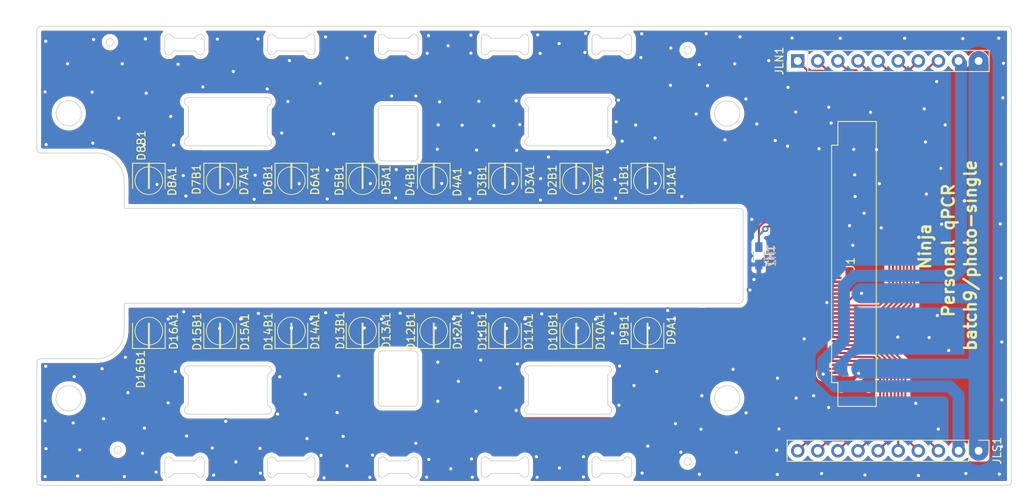
<source format=kicad_pcb>
(kicad_pcb (version 20171130) (host pcbnew "(5.1.6-0-10_14)")
  (layers (0 F.Cu signal) (31 B.Cu signal) (34 B.Paste user) (35 F.Paste user) (36 B.SilkS user) (37 F.SilkS user) (38 B.Mask user) (39 F.Mask user) (44 Edge.Cuts user))
  (net 0 "")
  (net 1 GNDA)
  (net 2 /S_PD_OUT1)
  (net 3 /S_PD_OUT3)
  (net 4 /S_PD_OUT5)
  (net 5 /S_PD_OUT7)
  (net 6 /S_PD_OUT9)
  (net 7 /S_PD_OUT11)
  (net 8 /S_PD_OUT13)
  (net 9 /S_PD_OUT15)
  (net 10 /N_PD_OUT1)
  (net 11 /N_PD_OUT3)
  (net 12 /N_PD_OUT5)
  (net 13 /N_PD_OUT7)
  (net 14 /N_PD_OUT9)
  (net 15 /N_PD_OUT11)
  (net 16 /N_PD_OUT13)
  (net 17 /N_PD_OUT15)
  (net 18 GNDL)
  (net 19 VCCL)
  (net 20 /N_LED_OUT9)
  (net 21 /N_LED_OUT10)
  (net 22 /N_LED_OUT11)
  (net 23 /N_LED_OUT12)
  (net 24 /N_LED_OUT13)
  (net 25 /N_LED_OUT14)
  (net 26 /N_LED_OUT15)
  (net 27 /N_LED_OUT16)
  (net 28 /S_LED_OUT2)
  (net 29 /S_LED_OUT1)
  (net 30 /S_LED_OUT4)
  (net 31 /S_LED_OUT3)
  (net 32 /S_LED_OUT7)
  (net 33 /S_LED_OUT8)
  (net 34 /S_LED_OUT6)
  (net 35 /S_LED_OUT5)
  (net 36 "Net-(J1-Pad40)")
  (net 37 "Net-(J1-Pad41)")
  (net 38 "Net-(D10A1-Pad1)")
  (net 39 "Net-(D11A1-Pad1)")
  (net 40 "Net-(D12A1-Pad1)")
  (net 41 "Net-(D13A1-Pad1)")
  (net 42 "Net-(D14A1-Pad1)")
  (net 43 "Net-(D15A1-Pad1)")
  (net 44 "Net-(D16A1-Pad1)")
  (net 45 "Net-(D1A1-Pad1)")
  (net 46 "Net-(D2A1-Pad1)")
  (net 47 "Net-(D3A1-Pad1)")
  (net 48 "Net-(D4A1-Pad1)")
  (net 49 "Net-(D5A1-Pad1)")
  (net 50 "Net-(D6A1-Pad1)")
  (net 51 "Net-(D7A1-Pad1)")
  (net 52 "Net-(D8A1-Pad1)")
  (net 53 "Net-(D9A1-Pad1)")
  (module Diodes_SMD:D_1206 (layer F.Cu) (at 162.921211 90.502066 270)
    (fp_text reference D1A1 (at -0.082066 -2.018789 270) (layer F.SilkS))
    (fp_text value D_Photo)
    (pad 1 smd rect (at -1.5 0 270) (size 1 1.6) (layers F.Cu F.Paste F.Mask) (net 45 "Net-(D1A1-Pad1)"))
    (pad 2 smd rect (at 1.5 0 270) (size 1 1.6) (layers F.Cu F.Paste F.Mask) (net 1 GNDA))
  )
  (module Diodes_SMD:D_1206 (layer F.Cu) (at 108.921211 109.501633 90)
    (fp_text reference D15A1 (at -0.108367 2.128789 90) (layer F.SilkS))
    (fp_text value D_Photo)
    (pad 1 smd rect (at -1.5 0 90) (size 1 1.6) (layers F.Cu F.Paste F.Mask) (net 43 "Net-(D15A1-Pad1)"))
    (pad 2 smd rect (at 1.5 0 90) (size 1 1.6) (layers F.Cu F.Paste F.Mask) (net 1 GNDA))
  )
  (module Diodes_SMD:D_1206 (layer F.Cu) (at 162.921211 109.501633 90)
    (fp_text reference D9A1 (at 0.121633 2.008789 270) (layer F.SilkS))
    (fp_text value D_Photo)
    (pad 2 smd rect (at 1.5 0 90) (size 1 1.6) (layers F.Cu F.Paste F.Mask) (net 1 GNDA))
    (pad 1 smd rect (at -1.5 0 90) (size 1 1.6) (layers F.Cu F.Paste F.Mask) (net 53 "Net-(D9A1-Pad1)"))
  )
  (module Diodes_SMD:D_1206 (layer F.Cu) (at 160.921211 109.501633 90)
    (fp_text reference D9B1 (at 0.121633 -1.911211 270) (layer F.SilkS))
    (fp_text value D_Photo)
    (pad 1 smd rect (at -1.5 0 90) (size 1 1.6) (layers F.Cu F.Paste F.Mask) (net 2 /S_PD_OUT1))
    (pad 2 smd rect (at 1.5 0 90) (size 1 1.6) (layers F.Cu F.Paste F.Mask) (net 53 "Net-(D9A1-Pad1)"))
  )
  (module Diodes_SMD:D_1206 (layer F.Cu) (at 153.921211 109.501633 90)
    (fp_text reference D10A1 (at -0.048367 2.048789 90) (layer F.SilkS))
    (fp_text value D_Photo)
    (pad 2 smd rect (at 1.5 0 90) (size 1 1.6) (layers F.Cu F.Paste F.Mask) (net 1 GNDA))
    (pad 1 smd rect (at -1.5 0 90) (size 1 1.6) (layers F.Cu F.Paste F.Mask) (net 38 "Net-(D10A1-Pad1)"))
  )
  (module Diodes_SMD:D_1206 (layer F.Cu) (at 151.921211 109.501633 90)
    (fp_text reference D10B1 (at -0.078367 -1.921211 90) (layer F.SilkS))
    (fp_text value D_Photo)
    (pad 1 smd rect (at -1.5 0 90) (size 1 1.6) (layers F.Cu F.Paste F.Mask) (net 3 /S_PD_OUT3))
    (pad 2 smd rect (at 1.5 0 90) (size 1 1.6) (layers F.Cu F.Paste F.Mask) (net 38 "Net-(D10A1-Pad1)"))
  )
  (module Diodes_SMD:D_1206 (layer F.Cu) (at 144.921211 109.501633 90)
    (fp_text reference D11A1 (at -0.078367 1.998789 90) (layer F.SilkS))
    (fp_text value D_Photo)
    (pad 2 smd rect (at 1.5 0 90) (size 1 1.6) (layers F.Cu F.Paste F.Mask) (net 1 GNDA))
    (pad 1 smd rect (at -1.5 0 90) (size 1 1.6) (layers F.Cu F.Paste F.Mask) (net 39 "Net-(D11A1-Pad1)"))
  )
  (module Diodes_SMD:D_1206 (layer F.Cu) (at 142.921211 109.501633 90)
    (fp_text reference D11B1 (at -0.038367 -1.861211 90) (layer F.SilkS))
    (fp_text value D_Photo)
    (pad 1 smd rect (at -1.5 0 90) (size 1 1.6) (layers F.Cu F.Paste F.Mask) (net 4 /S_PD_OUT5))
    (pad 2 smd rect (at 1.5 0 90) (size 1 1.6) (layers F.Cu F.Paste F.Mask) (net 39 "Net-(D11A1-Pad1)"))
  )
  (module Diodes_SMD:D_1206 (layer F.Cu) (at 135.921211 109.501633 90)
    (fp_text reference D12A1 (at -0.008367 2.008789 90) (layer F.SilkS))
    (fp_text value D_Photo)
    (pad 2 smd rect (at 1.5 0 90) (size 1 1.6) (layers F.Cu F.Paste F.Mask) (net 1 GNDA))
    (pad 1 smd rect (at -1.5 0 90) (size 1 1.6) (layers F.Cu F.Paste F.Mask) (net 40 "Net-(D12A1-Pad1)"))
  )
  (module Diodes_SMD:D_1206 (layer F.Cu) (at 117.921211 109.501633 90)
    (fp_text reference D14A1 (at -0.018367 1.998789 90) (layer F.SilkS))
    (fp_text value D_Photo)
    (pad 1 smd rect (at -1.5 0 90) (size 1 1.6) (layers F.Cu F.Paste F.Mask) (net 42 "Net-(D14A1-Pad1)"))
    (pad 2 smd rect (at 1.5 0 90) (size 1 1.6) (layers F.Cu F.Paste F.Mask) (net 1 GNDA))
  )
  (module Diodes_SMD:D_1206 (layer F.Cu) (at 106.921211 109.501633 90)
    (fp_text reference D15B1 (at -0.058367 -1.911211 90) (layer F.SilkS))
    (fp_text value D_Photo)
    (pad 2 smd rect (at 1.5 0 90) (size 1 1.6) (layers F.Cu F.Paste F.Mask) (net 43 "Net-(D15A1-Pad1)"))
    (pad 1 smd rect (at -1.5 0 90) (size 1 1.6) (layers F.Cu F.Paste F.Mask) (net 8 /S_PD_OUT13))
  )
  (module Diodes_SMD:D_1206 (layer F.Cu) (at 115.921211 109.501633 90)
    (fp_text reference D14B1 (at -0.048367 -1.901211 90) (layer F.SilkS))
    (fp_text value D_Photo)
    (pad 2 smd rect (at 1.5 0 90) (size 1 1.6) (layers F.Cu F.Paste F.Mask) (net 42 "Net-(D14A1-Pad1)"))
    (pad 1 smd rect (at -1.5 0 90) (size 1 1.6) (layers F.Cu F.Paste F.Mask) (net 7 /S_PD_OUT11))
  )
  (module Diodes_SMD:D_1206 (layer F.Cu) (at 126.921211 109.501633 90)
    (fp_text reference D13A1 (at 0.051633 2.008789 90) (layer F.SilkS))
    (fp_text value D_Photo)
    (pad 1 smd rect (at -1.5 0 90) (size 1 1.6) (layers F.Cu F.Paste F.Mask) (net 41 "Net-(D13A1-Pad1)"))
    (pad 2 smd rect (at 1.5 0 90) (size 1 1.6) (layers F.Cu F.Paste F.Mask) (net 1 GNDA))
  )
  (module Diodes_SMD:D_1206 (layer F.Cu) (at 124.921211 109.501633 90)
    (fp_text reference D13B1 (at 0.081633 -1.831211 90) (layer F.SilkS))
    (fp_text value D_Photo)
    (pad 2 smd rect (at 1.5 0 90) (size 1 1.6) (layers F.Cu F.Paste F.Mask) (net 41 "Net-(D13A1-Pad1)"))
    (pad 1 smd rect (at -1.5 0 90) (size 1 1.6) (layers F.Cu F.Paste F.Mask) (net 6 /S_PD_OUT9))
  )
  (module Diodes_SMD:D_1206 (layer F.Cu) (at 99.921211 109.501633 90)
    (fp_text reference D16A1 (at -0.008367 2.138789 90) (layer F.SilkS))
    (fp_text value D_Photo)
    (pad 1 smd rect (at -1.5 0 90) (size 1 1.6) (layers F.Cu F.Paste F.Mask) (net 44 "Net-(D16A1-Pad1)"))
    (pad 2 smd rect (at 1.5 0 90) (size 1 1.6) (layers F.Cu F.Paste F.Mask) (net 1 GNDA))
  )
  (module Diodes_SMD:D_1206 (layer F.Cu) (at 133.921211 109.501633 90)
    (fp_text reference D12B1 (at -0.038367 -1.901211 90) (layer F.SilkS))
    (fp_text value D_Photo)
    (pad 1 smd rect (at -1.5 0 90) (size 1 1.6) (layers F.Cu F.Paste F.Mask) (net 5 /S_PD_OUT7))
    (pad 2 smd rect (at 1.5 0 90) (size 1 1.6) (layers F.Cu F.Paste F.Mask) (net 40 "Net-(D12A1-Pad1)"))
  )
  (module Diodes_SMD:D_1206 (layer F.Cu) (at 97.921211 109.501633 90)
    (fp_text reference D16B1 (at -4.818367 -0.031211 90) (layer F.SilkS))
    (fp_text value D_Photo)
    (pad 2 smd rect (at 1.5 0 90) (size 1 1.6) (layers F.Cu F.Paste F.Mask) (net 44 "Net-(D16A1-Pad1)"))
    (pad 1 smd rect (at -1.5 0 90) (size 1 1.6) (layers F.Cu F.Paste F.Mask) (net 9 /S_PD_OUT15))
  )
  (module Diodes_SMD:D_1206 (layer F.Cu) (at 160.921211 90.502066 270)
    (fp_text reference D1B1 (at -0.152066 1.971211 270) (layer F.SilkS))
    (fp_text value D_Photo)
    (pad 2 smd rect (at 1.5 0 270) (size 1 1.6) (layers F.Cu F.Paste F.Mask) (net 45 "Net-(D1A1-Pad1)"))
    (pad 1 smd rect (at -1.5 0 270) (size 1 1.6) (layers F.Cu F.Paste F.Mask) (net 10 /N_PD_OUT1))
  )
  (module Diodes_SMD:D_1206 (layer F.Cu) (at 99.921211 90.502066 270)
    (fp_text reference D8A1 (at 0.057934 -1.948789 90) (layer F.SilkS))
    (fp_text value D_Photo)
    (pad 2 smd rect (at 1.5 0 270) (size 1 1.6) (layers F.Cu F.Paste F.Mask) (net 1 GNDA))
    (pad 1 smd rect (at -1.5 0 270) (size 1 1.6) (layers F.Cu F.Paste F.Mask) (net 52 "Net-(D8A1-Pad1)"))
  )
  (module Diodes_SMD:D_1206 (layer F.Cu) (at 135.921211 90.502066 270)
    (fp_text reference D4A1 (at 0.137934 -1.968789 90) (layer F.SilkS))
    (fp_text value D_Photo)
    (pad 1 smd rect (at -1.5 0 270) (size 1 1.6) (layers F.Cu F.Paste F.Mask) (net 48 "Net-(D4A1-Pad1)"))
    (pad 2 smd rect (at 1.5 0 270) (size 1 1.6) (layers F.Cu F.Paste F.Mask) (net 1 GNDA))
  )
  (module Diodes_SMD:D_1206 (layer F.Cu) (at 115.921211 90.502066 270)
    (fp_text reference D6B1 (at -0.122066 1.941211 90) (layer F.SilkS))
    (fp_text value D_Photo)
    (pad 1 smd rect (at -1.5 0 270) (size 1 1.6) (layers F.Cu F.Paste F.Mask) (net 15 /N_PD_OUT11))
    (pad 2 smd rect (at 1.5 0 270) (size 1 1.6) (layers F.Cu F.Paste F.Mask) (net 50 "Net-(D6A1-Pad1)"))
  )
  (module Diodes_SMD:D_1206 (layer F.Cu) (at 117.921211 90.502066 270)
    (fp_text reference D6A1 (at -0.042066 -1.998789 90) (layer F.SilkS))
    (fp_text value D_Photo)
    (pad 2 smd rect (at 1.5 0 270) (size 1 1.6) (layers F.Cu F.Paste F.Mask) (net 1 GNDA))
    (pad 1 smd rect (at -1.5 0 270) (size 1 1.6) (layers F.Cu F.Paste F.Mask) (net 50 "Net-(D6A1-Pad1)"))
  )
  (module Diodes_SMD:D_1206 (layer F.Cu) (at 142.921211 90.502066 270)
    (fp_text reference D3B1 (at 0.007934 1.881211 90) (layer F.SilkS))
    (fp_text value D_Photo)
    (pad 2 smd rect (at 1.5 0 270) (size 1 1.6) (layers F.Cu F.Paste F.Mask) (net 47 "Net-(D3A1-Pad1)"))
    (pad 1 smd rect (at -1.5 0 270) (size 1 1.6) (layers F.Cu F.Paste F.Mask) (net 12 /N_PD_OUT5))
  )
  (module Diodes_SMD:D_1206 (layer F.Cu) (at 106.921211 90.502066 270)
    (fp_text reference D7B1 (at -0.162066 1.981211 90) (layer F.SilkS))
    (fp_text value D_Photo)
    (pad 1 smd rect (at -1.5 0 270) (size 1 1.6) (layers F.Cu F.Paste F.Mask) (net 16 /N_PD_OUT13))
    (pad 2 smd rect (at 1.5 0 270) (size 1 1.6) (layers F.Cu F.Paste F.Mask) (net 51 "Net-(D7A1-Pad1)"))
  )
  (module Diodes_SMD:D_1206 (layer F.Cu) (at 124.921211 90.502066 270)
    (fp_text reference D5B1 (at -0.022066 1.931211 90) (layer F.SilkS))
    (fp_text value D_Photo)
    (pad 1 smd rect (at -1.5 0 270) (size 1 1.6) (layers F.Cu F.Paste F.Mask) (net 14 /N_PD_OUT9))
    (pad 2 smd rect (at 1.5 0 270) (size 1 1.6) (layers F.Cu F.Paste F.Mask) (net 49 "Net-(D5A1-Pad1)"))
  )
  (module Diodes_SMD:D_1206 (layer F.Cu) (at 133.921211 90.502066 270)
    (fp_text reference D4B1 (at 0.007934 1.971211 90) (layer F.SilkS))
    (fp_text value D_Photo)
    (pad 2 smd rect (at 1.5 0 270) (size 1 1.6) (layers F.Cu F.Paste F.Mask) (net 48 "Net-(D4A1-Pad1)"))
    (pad 1 smd rect (at -1.5 0 270) (size 1 1.6) (layers F.Cu F.Paste F.Mask) (net 13 /N_PD_OUT7))
  )
  (module Diodes_SMD:D_1206 (layer F.Cu) (at 126.921211 90.502066 270)
    (fp_text reference D5A1 (at -0.062066 -2.008789 90) (layer F.SilkS))
    (fp_text value D_Photo)
    (pad 2 smd rect (at 1.5 0 270) (size 1 1.6) (layers F.Cu F.Paste F.Mask) (net 1 GNDA))
    (pad 1 smd rect (at -1.5 0 270) (size 1 1.6) (layers F.Cu F.Paste F.Mask) (net 49 "Net-(D5A1-Pad1)"))
  )
  (module Diodes_SMD:D_1206 (layer F.Cu) (at 153.921211 90.502066 270)
    (fp_text reference D2A1 (at -0.182066 -1.918789 90) (layer F.SilkS))
    (fp_text value D_Photo)
    (pad 1 smd rect (at -1.5 0 270) (size 1 1.6) (layers F.Cu F.Paste F.Mask) (net 46 "Net-(D2A1-Pad1)"))
    (pad 2 smd rect (at 1.5 0 270) (size 1 1.6) (layers F.Cu F.Paste F.Mask) (net 1 GNDA))
  )
  (module Diodes_SMD:D_1206 (layer F.Cu) (at 144.921211 90.502066 270)
    (fp_text reference D3A1 (at -0.152066 -2.158789 90) (layer F.SilkS))
    (fp_text value D_Photo)
    (pad 1 smd rect (at -1.5 0 270) (size 1 1.6) (layers F.Cu F.Paste F.Mask) (net 47 "Net-(D3A1-Pad1)"))
    (pad 2 smd rect (at 1.5 0 270) (size 1 1.6) (layers F.Cu F.Paste F.Mask) (net 1 GNDA))
  )
  (module Diodes_SMD:D_1206 (layer F.Cu) (at 151.921211 90.502066 270)
    (fp_text reference D2B1 (at -0.062066 2.001211 90) (layer F.SilkS))
    (fp_text value D_Photo)
    (pad 2 smd rect (at 1.5 0 270) (size 1 1.6) (layers F.Cu F.Paste F.Mask) (net 46 "Net-(D2A1-Pad1)"))
    (pad 1 smd rect (at -1.5 0 270) (size 1 1.6) (layers F.Cu F.Paste F.Mask) (net 11 /N_PD_OUT3))
  )
  (module Diodes_SMD:D_1206 (layer F.Cu) (at 97.921211 90.502066 270)
    (fp_text reference D8B1 (at -4.462066 -0.048789 90) (layer F.SilkS))
    (fp_text value D_Photo)
    (pad 1 smd rect (at -1.5 0 270) (size 1 1.6) (layers F.Cu F.Paste F.Mask) (net 17 /N_PD_OUT15))
    (pad 2 smd rect (at 1.5 0 270) (size 1 1.6) (layers F.Cu F.Paste F.Mask) (net 52 "Net-(D8A1-Pad1)"))
  )
  (module Diodes_SMD:D_1206 (layer F.Cu) (at 108.921211 90.502066 270)
    (fp_text reference D7A1 (at -0.042066 -2.038789 90) (layer F.SilkS))
    (fp_text value D_Photo)
    (pad 2 smd rect (at 1.5 0 270) (size 1 1.6) (layers F.Cu F.Paste F.Mask) (net 1 GNDA))
    (pad 1 smd rect (at -1.5 0 270) (size 1 1.6) (layers F.Cu F.Paste F.Mask) (net 51 "Net-(D7A1-Pad1)"))
  )
  (module Resistors_SMD:R_0603_HandSoldering (layer B.Cu) (at 176 100 270)
    (fp_text reference TH2 (at 0.01 -1.64 90) (layer B.SilkS) (effects (justify mirror)))
    (fp_text value Thermistor)
    (pad 1 smd rect (at -1.1 0 270) (size 1.2 0.9) (layers B.Cu B.Paste B.Mask) (net 36 "Net-(J1-Pad40)"))
    (pad 2 smd rect (at 1.1 0 270) (size 1.2 0.9) (layers B.Cu B.Paste B.Mask) (net 1 GNDA))
  )
  (module Resistors_SMD:R_0603_HandSoldering (layer F.Cu) (at 176 100 270)
    (fp_text reference TH1 (at 0 -1.45 90) (layer F.SilkS))
    (fp_text value Thermistor)
    (pad 2 smd rect (at 1.1 0 270) (size 1.2 0.9) (layers F.Cu F.Paste F.Mask) (net 1 GNDA))
    (pad 1 smd rect (at -1.1 0 270) (size 1.2 0.9) (layers F.Cu F.Paste F.Mask) (net 37 "Net-(J1-Pad41)"))
  )
  (module Ninja-qPCR:FFC_60_Ali_HUISHUNFA (layer F.Cu) (at 185.81 115.77 90)
    (fp_text reference J1 (at 14.75 1.775 90) (layer F.SilkS))
    (fp_text value Conn_01x60_Male)
    (pad 1 smd rect (at 0 0 90) (size 0.3 1.25) (layers F.Cu F.Paste F.Mask) (net 18 GNDL))
    (pad 2 smd rect (at 0.5 0 90) (size 0.3 1.25) (layers F.Cu F.Paste F.Mask) (net 18 GNDL))
    (pad 3 smd rect (at 1 0 90) (size 0.3 1.25) (layers F.Cu F.Paste F.Mask) (net 19 VCCL))
    (pad 4 smd rect (at 1.5 0 90) (size 0.3 1.25) (layers F.Cu F.Paste F.Mask) (net 19 VCCL))
    (pad 5 smd rect (at 2 0 90) (size 0.3 1.25) (layers F.Cu F.Paste F.Mask) (net 33 /S_LED_OUT8))
    (pad 6 smd rect (at 2.5 0 90) (size 0.3 1.25) (layers F.Cu F.Paste F.Mask) (net 32 /S_LED_OUT7))
    (pad 7 smd rect (at 3 0 90) (size 0.3 1.25) (layers F.Cu F.Paste F.Mask) (net 34 /S_LED_OUT6))
    (pad 8 smd rect (at 3.5 0 90) (size 0.3 1.25) (layers F.Cu F.Paste F.Mask) (net 35 /S_LED_OUT5))
    (pad 9 smd rect (at 4 0 90) (size 0.3 1.25) (layers F.Cu F.Paste F.Mask) (net 30 /S_LED_OUT4))
    (pad 10 smd rect (at 4.5 0 90) (size 0.3 1.25) (layers F.Cu F.Paste F.Mask) (net 31 /S_LED_OUT3))
    (pad 11 smd rect (at 5 0 90) (size 0.3 1.25) (layers F.Cu F.Paste F.Mask) (net 28 /S_LED_OUT2))
    (pad 12 smd rect (at 5.5 0 90) (size 0.3 1.25) (layers F.Cu F.Paste F.Mask) (net 29 /S_LED_OUT1))
    (pad 13 smd rect (at 6 0 90) (size 0.3 1.25) (layers F.Cu F.Paste F.Mask) (net 20 /N_LED_OUT9))
    (pad 14 smd rect (at 6.5 0 90) (size 0.3 1.25) (layers F.Cu F.Paste F.Mask) (net 21 /N_LED_OUT10))
    (pad 15 smd rect (at 7 0 90) (size 0.3 1.25) (layers F.Cu F.Paste F.Mask) (net 22 /N_LED_OUT11))
    (pad 16 smd rect (at 7.5 0 90) (size 0.3 1.25) (layers F.Cu F.Paste F.Mask) (net 23 /N_LED_OUT12))
    (pad 17 smd rect (at 8 0 90) (size 0.3 1.25) (layers F.Cu F.Paste F.Mask) (net 24 /N_LED_OUT13))
    (pad 18 smd rect (at 8.5 0 90) (size 0.3 1.25) (layers F.Cu F.Paste F.Mask) (net 25 /N_LED_OUT14))
    (pad 19 smd rect (at 9 0 90) (size 0.3 1.25) (layers F.Cu F.Paste F.Mask) (net 26 /N_LED_OUT15))
    (pad 20 smd rect (at 9.5 0 90) (size 0.3 1.25) (layers F.Cu F.Paste F.Mask) (net 27 /N_LED_OUT16))
    (pad 21 smd rect (at 10 0 90) (size 0.3 1.25) (layers F.Cu F.Paste F.Mask) (net 18 GNDL))
    (pad 22 smd rect (at 10.5 0 90) (size 0.3 1.25) (layers F.Cu F.Paste F.Mask) (net 1 GNDA))
    (pad 23 smd rect (at 11 0 90) (size 0.3 1.25) (layers F.Cu F.Paste F.Mask) (net 9 /S_PD_OUT15))
    (pad 24 smd rect (at 11.5 0 90) (size 0.3 1.25) (layers F.Cu F.Paste F.Mask) (net 9 /S_PD_OUT15))
    (pad 25 smd rect (at 12 0 90) (size 0.3 1.25) (layers F.Cu F.Paste F.Mask) (net 8 /S_PD_OUT13))
    (pad 26 smd rect (at 12.5 0 90) (size 0.3 1.25) (layers F.Cu F.Paste F.Mask) (net 8 /S_PD_OUT13))
    (pad 27 smd rect (at 13 0 90) (size 0.3 1.25) (layers F.Cu F.Paste F.Mask) (net 7 /S_PD_OUT11))
    (pad 28 smd rect (at 13.5 0 90) (size 0.3 1.25) (layers F.Cu F.Paste F.Mask) (net 7 /S_PD_OUT11))
    (pad 29 smd rect (at 14 0 90) (size 0.3 1.25) (layers F.Cu F.Paste F.Mask) (net 6 /S_PD_OUT9))
    (pad 30 smd rect (at 14.5 0 90) (size 0.3 1.25) (layers F.Cu F.Paste F.Mask) (net 6 /S_PD_OUT9))
    (pad 31 smd rect (at 15 0 90) (size 0.3 1.25) (layers F.Cu F.Paste F.Mask) (net 5 /S_PD_OUT7))
    (pad 32 smd rect (at 15.5 0 90) (size 0.3 1.25) (layers F.Cu F.Paste F.Mask) (net 5 /S_PD_OUT7))
    (pad 33 smd rect (at 16 0 90) (size 0.3 1.25) (layers F.Cu F.Paste F.Mask) (net 4 /S_PD_OUT5))
    (pad 34 smd rect (at 16.5 0 90) (size 0.3 1.25) (layers F.Cu F.Paste F.Mask) (net 4 /S_PD_OUT5))
    (pad 35 smd rect (at 17 0 90) (size 0.3 1.25) (layers F.Cu F.Paste F.Mask) (net 3 /S_PD_OUT3))
    (pad 36 smd rect (at 17.5 0 90) (size 0.3 1.25) (layers F.Cu F.Paste F.Mask) (net 3 /S_PD_OUT3))
    (pad 37 smd rect (at 18 0 90) (size 0.3 1.25) (layers F.Cu F.Paste F.Mask) (net 2 /S_PD_OUT1))
    (pad 38 smd rect (at 18.5 0 90) (size 0.3 1.25) (layers F.Cu F.Paste F.Mask) (net 2 /S_PD_OUT1))
    (pad 39 smd rect (at 19 0 90) (size 0.3 1.25) (layers F.Cu F.Paste F.Mask) (net 1 GNDA))
    (pad 40 smd rect (at 19.5 0 90) (size 0.3 1.25) (layers F.Cu F.Paste F.Mask) (net 36 "Net-(J1-Pad40)"))
    (pad 41 smd rect (at 20 0 90) (size 0.3 1.25) (layers F.Cu F.Paste F.Mask) (net 37 "Net-(J1-Pad41)"))
    (pad 42 smd rect (at 20.5 0 90) (size 0.3 1.25) (layers F.Cu F.Paste F.Mask) (net 1 GNDA))
    (pad 43 smd rect (at 21 0 90) (size 0.3 1.25) (layers F.Cu F.Paste F.Mask) (net 10 /N_PD_OUT1))
    (pad 44 smd rect (at 21.5 0 90) (size 0.3 1.25) (layers F.Cu F.Paste F.Mask) (net 10 /N_PD_OUT1))
    (pad 45 smd rect (at 22 0 90) (size 0.3 1.25) (layers F.Cu F.Paste F.Mask) (net 11 /N_PD_OUT3))
    (pad 46 smd rect (at 22.5 0 90) (size 0.3 1.25) (layers F.Cu F.Paste F.Mask) (net 11 /N_PD_OUT3))
    (pad 47 smd rect (at 23 0 90) (size 0.3 1.25) (layers F.Cu F.Paste F.Mask) (net 12 /N_PD_OUT5))
    (pad 48 smd rect (at 23.5 0 90) (size 0.3 1.25) (layers F.Cu F.Paste F.Mask) (net 12 /N_PD_OUT5))
    (pad 49 smd rect (at 24 0 90) (size 0.3 1.25) (layers F.Cu F.Paste F.Mask) (net 13 /N_PD_OUT7))
    (pad 50 smd rect (at 24.5 0 90) (size 0.3 1.25) (layers F.Cu F.Paste F.Mask) (net 13 /N_PD_OUT7))
    (pad 51 smd rect (at 25 0 90) (size 0.3 1.25) (layers F.Cu F.Paste F.Mask) (net 14 /N_PD_OUT9))
    (pad 52 smd rect (at 25.5 0 90) (size 0.3 1.25) (layers F.Cu F.Paste F.Mask) (net 14 /N_PD_OUT9))
    (pad 53 smd rect (at 26 0 90) (size 0.3 1.25) (layers F.Cu F.Paste F.Mask) (net 15 /N_PD_OUT11))
    (pad 54 smd rect (at 26.5 0 90) (size 0.3 1.25) (layers F.Cu F.Paste F.Mask) (net 15 /N_PD_OUT11))
    (pad 55 smd rect (at 27 0 90) (size 0.3 1.25) (layers F.Cu F.Paste F.Mask) (net 16 /N_PD_OUT13))
    (pad 56 smd rect (at 27.5 0 90) (size 0.3 1.25) (layers F.Cu F.Paste F.Mask) (net 16 /N_PD_OUT13))
    (pad 57 smd rect (at 28 0 90) (size 0.3 1.25) (layers F.Cu F.Paste F.Mask) (net 17 /N_PD_OUT15))
    (pad 58 smd rect (at 28.5 0 90) (size 0.3 1.25) (layers F.Cu F.Paste F.Mask) (net 17 /N_PD_OUT15))
    (pad 59 smd rect (at 29 0 90) (size 0.3 1.25) (layers F.Cu F.Paste F.Mask) (net 1 GNDA))
    (pad 60 smd rect (at 29.5 0 90) (size 0.3 1.25) (layers F.Cu F.Paste F.Mask) (net 1 GNDA))
    (pad G1 smd rect (at -1.8 2.325 90) (size 2.4 3) (layers F.Cu F.Paste F.Mask) (net 1 GNDA))
    (pad G2 smd rect (at 31.3 2.325 90) (size 2.4 3) (layers F.Cu F.Paste F.Mask) (net 1 GNDA))
  )
  (module Pin_Headers:Pin_Header_Straight_1x10_Pitch2.54mm (layer F.Cu) (at 180.905 75.372 90)
    (fp_text reference JLN1 (at 0 -2.33 90) (layer F.SilkS))
    (fp_text value Conn_01x10_Male)
    (pad 1 thru_hole rect (at 0 0 90) (size 1.7 1.7) (drill 1) (layers *.Cu *.Mask) (net 27 /N_LED_OUT16))
    (pad 2 thru_hole oval (at 0 2.54 90) (size 1.7 1.7) (drill 1) (layers *.Cu *.Mask) (net 26 /N_LED_OUT15))
    (pad 3 thru_hole oval (at 0 5.08 90) (size 1.7 1.7) (drill 1) (layers *.Cu *.Mask) (net 25 /N_LED_OUT14))
    (pad 4 thru_hole oval (at 0 7.62 90) (size 1.7 1.7) (drill 1) (layers *.Cu *.Mask) (net 24 /N_LED_OUT13))
    (pad 5 thru_hole oval (at 0 10.16 90) (size 1.7 1.7) (drill 1) (layers *.Cu *.Mask) (net 23 /N_LED_OUT12))
    (pad 6 thru_hole oval (at 0 12.7 90) (size 1.7 1.7) (drill 1) (layers *.Cu *.Mask) (net 22 /N_LED_OUT11))
    (pad 7 thru_hole oval (at 0 15.24 90) (size 1.7 1.7) (drill 1) (layers *.Cu *.Mask) (net 21 /N_LED_OUT10))
    (pad 8 thru_hole oval (at 0 17.78 90) (size 1.7 1.7) (drill 1) (layers *.Cu *.Mask) (net 20 /N_LED_OUT9))
    (pad 9 thru_hole oval (at 0 20.32 90) (size 1.7 1.7) (drill 1) (layers *.Cu *.Mask) (net 19 VCCL))
    (pad 10 thru_hole oval (at 0 22.86 90) (size 1.7 1.7) (drill 1) (layers *.Cu *.Mask) (net 18 GNDL))
  )
  (module Pin_Headers:Pin_Header_Straight_1x10_Pitch2.54mm (layer F.Cu) (at 203.765 124.628 270)
    (fp_text reference JLS1 (at 0 -2.33 90) (layer F.SilkS))
    (fp_text value Conn_01x10_Male)
    (pad 10 thru_hole oval (at 0 22.86 270) (size 1.7 1.7) (drill 1) (layers *.Cu *.Mask) (net 33 /S_LED_OUT8))
    (pad 9 thru_hole oval (at 0 20.32 270) (size 1.7 1.7) (drill 1) (layers *.Cu *.Mask) (net 32 /S_LED_OUT7))
    (pad 8 thru_hole oval (at 0 17.78 270) (size 1.7 1.7) (drill 1) (layers *.Cu *.Mask) (net 34 /S_LED_OUT6))
    (pad 7 thru_hole oval (at 0 15.24 270) (size 1.7 1.7) (drill 1) (layers *.Cu *.Mask) (net 35 /S_LED_OUT5))
    (pad 6 thru_hole oval (at 0 12.7 270) (size 1.7 1.7) (drill 1) (layers *.Cu *.Mask) (net 30 /S_LED_OUT4))
    (pad 5 thru_hole oval (at 0 10.16 270) (size 1.7 1.7) (drill 1) (layers *.Cu *.Mask) (net 31 /S_LED_OUT3))
    (pad 4 thru_hole oval (at 0 7.62 270) (size 1.7 1.7) (drill 1) (layers *.Cu *.Mask) (net 28 /S_LED_OUT2))
    (pad 3 thru_hole oval (at 0 5.08 270) (size 1.7 1.7) (drill 1) (layers *.Cu *.Mask) (net 29 /S_LED_OUT1))
    (pad 2 thru_hole oval (at 0 2.54 270) (size 1.7 1.7) (drill 1) (layers *.Cu *.Mask) (net 19 VCCL))
    (pad 1 thru_hole rect (at 0 0 270) (size 1.7 1.7) (drill 1) (layers *.Cu *.Mask) (net 18 GNDL))
  )
  (gr_line (start 156.89905 80.001749) (end 146.89905 80.001749) (layer Edge.Cuts) (width 0.1))
  (gr_arc (start 173.5 105.5) (end 173.5 106) (angle -90) (layer Edge.Cuts) (width 0.1))
  (gr_arc (start 173.5 94.5) (end 174 94.5) (angle -90) (layer Edge.Cuts) (width 0.1))
  (gr_line (start 84.764 71.5) (end 84.764 86.5) (layer Edge.Cuts) (width 0.1))
  (gr_arc (start 85.264 113.5) (end 85.264 113) (angle -90) (layer Edge.Cuts) (width 0.1))
  (gr_arc (start 85.264 86.5) (end 84.764 86.5) (angle -90) (layer Edge.Cuts) (width 0.1))
  (gr_circle (center 95 124.5) (end 94.525 124.5) (layer Edge.Cuts) (width 0.1))
  (gr_circle (center 167 126) (end 166.525 126) (layer Edge.Cuts) (width 0.1))
  (gr_circle (center 167 74) (end 166.525 74) (layer Edge.Cuts) (width 0.1))
  (gr_circle (center 94 73) (end 93.525 73) (layer Edge.Cuts) (width 0.1))
  (gr_text batch9/photo-single (at 202.73 99.94 90) (layer F.SilkS) (effects (font (size 1.5 1.5) (thickness 0.3))))
  (gr_text "Personal qPCR" (at 199.94 99.31 90) (layer F.SilkS) (effects (font (size 1.5 1.5) (thickness 0.3))))
  (gr_text Ninja (at 196.97 98.8 90) (layer F.SilkS) (effects (font (size 1.5 1.5) (thickness 0.3))))
  (gr_line (start 127.9 87.5) (end 127.9 81.5) (layer Edge.Cuts) (width 0.1))
  (gr_line (start 132.9 87.5) (end 132.9 81.5) (layer Edge.Cuts) (width 0.1))
  (gr_line (start 128.4 81) (end 132.4 81) (layer Edge.Cuts) (width 0.1))
  (gr_arc (start 132.4 81.5) (end 132.9 81.5) (angle -90) (layer Edge.Cuts) (width 0.1))
  (gr_arc (start 128.4 81.5) (end 128.4 81) (angle -90) (layer Edge.Cuts) (width 0.1))
  (gr_line (start 132.4 88) (end 128.4 88) (layer Edge.Cuts) (width 0.1))
  (gr_arc (start 128.4 87.5) (end 127.9 87.5) (angle -90) (layer Edge.Cuts) (width 0.1))
  (gr_arc (start 132.4 87.5) (end 132.4 88) (angle -90) (layer Edge.Cuts) (width 0.1))
  (gr_line (start 132.9 118.5) (end 132.9 112.5) (layer Edge.Cuts) (width 0.1))
  (gr_line (start 127.9 118.5) (end 127.9 112.5) (layer Edge.Cuts) (width 0.1))
  (gr_line (start 132.4 119) (end 128.4 119) (layer Edge.Cuts) (width 0.1))
  (gr_arc (start 128.4 118.5) (end 127.9 118.5) (angle -90) (layer Edge.Cuts) (width 0.1))
  (gr_arc (start 132.4 118.5) (end 132.4 119) (angle -90) (layer Edge.Cuts) (width 0.1))
  (gr_arc (start 132.4 112.5) (end 132.9 112.5) (angle -90) (layer Edge.Cuts) (width 0.1))
  (gr_arc (start 128.4 112.5) (end 128.4 112) (angle -90) (layer Edge.Cuts) (width 0.1))
  (gr_line (start 128.4 112) (end 132.4 112) (layer Edge.Cuts) (width 0.1))
  (gr_line (start 146.89905 119.998251) (end 156.89905 119.998251) (layer Edge.Cuts) (width 0.1))
  (gr_line (start 156.89905 113.898251) (end 146.89905 113.898251) (layer Edge.Cuts) (width 0.1))
  (gr_arc (start 207.399 128.5) (end 207.399 129) (angle -90) (layer Edge.Cuts) (width 0.1))
  (gr_line (start 113.89905 113.898251) (end 103.89905 113.898251) (layer Edge.Cuts) (width 0.1))
  (gr_arc (start 113.89905 114.398251) (end 114.252604 114.751805) (angle -135) (layer Edge.Cuts) (width 0.1))
  (gr_line (start 113.89905 115.105358) (end 114.252604 114.751805) (layer Edge.Cuts) (width 0.1))
  (gr_line (start 113.89905 118.791145) (end 113.89905 115.105358) (layer Edge.Cuts) (width 0.1))
  (gr_line (start 114.252604 119.144698) (end 113.89905 118.791145) (layer Edge.Cuts) (width 0.1))
  (gr_arc (start 113.89905 119.498251) (end 113.89905 119.998251) (angle -135) (layer Edge.Cuts) (width 0.1))
  (gr_arc (start 132.41405 127.498251) (end 132.060497 127.851805) (angle -135) (layer Edge.Cuts) (width 0.1))
  (gr_line (start 131.706944 127.498251) (end 132.060497 127.851805) (layer Edge.Cuts) (width 0.1))
  (gr_arc (start 101.41405 125.898251) (end 101.767604 125.544698) (angle -135) (layer Edge.Cuts) (width 0.1))
  (gr_arc (start 101.41405 127.498251) (end 100.91405 127.498251) (angle -135) (layer Edge.Cuts) (width 0.1))
  (gr_line (start 101.767604 127.851805) (end 102.121157 127.498251) (layer Edge.Cuts) (width 0.1))
  (gr_line (start 102.121157 125.898251) (end 101.767604 125.544698) (layer Edge.Cuts) (width 0.1))
  (gr_arc (start 141.41405 127.498251) (end 140.91405 127.498251) (angle -135) (layer Edge.Cuts) (width 0.1))
  (gr_line (start 140.91405 125.898251) (end 140.91405 127.498251) (layer Edge.Cuts) (width 0.1))
  (gr_line (start 102.121157 127.498251) (end 104.706944 127.498251) (layer Edge.Cuts) (width 0.1))
  (gr_line (start 156.121157 125.898251) (end 155.767604 125.544698) (layer Edge.Cuts) (width 0.1))
  (gr_line (start 158.706944 125.898251) (end 156.121157 125.898251) (layer Edge.Cuts) (width 0.1))
  (gr_line (start 159.060497 125.544698) (end 158.706944 125.898251) (layer Edge.Cuts) (width 0.1))
  (gr_arc (start 105.41405 127.498251) (end 105.060497 127.851805) (angle -135) (layer Edge.Cuts) (width 0.1))
  (gr_line (start 104.706944 127.498251) (end 105.060497 127.851805) (layer Edge.Cuts) (width 0.1))
  (gr_line (start 100.91405 125.898251) (end 100.91405 127.498251) (layer Edge.Cuts) (width 0.1))
  (gr_arc (start 155.41405 127.498251) (end 154.91405 127.498251) (angle -135) (layer Edge.Cuts) (width 0.1))
  (gr_line (start 154.91405 125.898251) (end 154.91405 127.498251) (layer Edge.Cuts) (width 0.1))
  (gr_arc (start 155.41405 125.898251) (end 155.767604 125.544698) (angle -135) (layer Edge.Cuts) (width 0.1))
  (gr_line (start 142.121157 127.498251) (end 145.706944 127.498251) (layer Edge.Cuts) (width 0.1))
  (gr_line (start 141.767604 127.851805) (end 142.121157 127.498251) (layer Edge.Cuts) (width 0.1))
  (gr_arc (start 103.89905 119.498251) (end 103.545497 119.144698) (angle -135) (layer Edge.Cuts) (width 0.1))
  (gr_line (start 103.89905 118.791145) (end 103.545497 119.144698) (layer Edge.Cuts) (width 0.1))
  (gr_line (start 145.706944 125.898251) (end 142.121157 125.898251) (layer Edge.Cuts) (width 0.1))
  (gr_line (start 146.060497 125.544698) (end 145.706944 125.898251) (layer Edge.Cuts) (width 0.1))
  (gr_line (start 158.706944 127.498251) (end 159.060497 127.851805) (layer Edge.Cuts) (width 0.1))
  (gr_line (start 156.121157 127.498251) (end 158.706944 127.498251) (layer Edge.Cuts) (width 0.1))
  (gr_line (start 155.767604 127.851805) (end 156.121157 127.498251) (layer Edge.Cuts) (width 0.1))
  (gr_line (start 146.545497 114.751805) (end 146.89905 115.105358) (layer Edge.Cuts) (width 0.1))
  (gr_arc (start 146.89905 114.398251) (end 146.89905 113.898251) (angle -135) (layer Edge.Cuts) (width 0.1))
  (gr_arc (start 119.41405 125.898251) (end 119.91405 125.898251) (angle -135) (layer Edge.Cuts) (width 0.1))
  (gr_arc (start 159.41405 127.498251) (end 159.060497 127.851805) (angle -135) (layer Edge.Cuts) (width 0.1))
  (gr_line (start 103.89905 115.105358) (end 103.89905 118.791145) (layer Edge.Cuts) (width 0.1))
  (gr_line (start 103.545497 114.751805) (end 103.89905 115.105358) (layer Edge.Cuts) (width 0.1))
  (gr_arc (start 103.89905 114.398251) (end 103.89905 113.898251) (angle -135) (layer Edge.Cuts) (width 0.1))
  (gr_arc (start 105.41405 125.898251) (end 105.91405 125.898251) (angle -135) (layer Edge.Cuts) (width 0.1))
  (gr_arc (start 146.89905 119.498251) (end 146.545497 119.144698) (angle -135) (layer Edge.Cuts) (width 0.1))
  (gr_line (start 146.89905 118.791145) (end 146.545497 119.144698) (layer Edge.Cuts) (width 0.1))
  (gr_line (start 146.89905 115.105358) (end 146.89905 118.791145) (layer Edge.Cuts) (width 0.1))
  (gr_line (start 105.91405 127.498251) (end 105.91405 125.898251) (layer Edge.Cuts) (width 0.1))
  (gr_arc (start 159.41405 125.898251) (end 159.91405 125.898251) (angle -135) (layer Edge.Cuts) (width 0.1))
  (gr_line (start 159.91405 127.498251) (end 159.91405 125.898251) (layer Edge.Cuts) (width 0.1))
  (gr_arc (start 114.41405 127.498251) (end 113.91405 127.498251) (angle -135) (layer Edge.Cuts) (width 0.1))
  (gr_arc (start 114.41405 125.898251) (end 114.767604 125.544698) (angle -135) (layer Edge.Cuts) (width 0.1))
  (gr_line (start 114.767604 127.851805) (end 115.121157 127.498251) (layer Edge.Cuts) (width 0.1))
  (gr_line (start 105.060497 125.544698) (end 104.706944 125.898251) (layer Edge.Cuts) (width 0.1))
  (gr_arc (start 128.41405 125.898251) (end 128.767604 125.544698) (angle -135) (layer Edge.Cuts) (width 0.1))
  (gr_line (start 129.121157 125.898251) (end 128.767604 125.544698) (layer Edge.Cuts) (width 0.1))
  (gr_line (start 131.706944 125.898251) (end 129.121157 125.898251) (layer Edge.Cuts) (width 0.1))
  (gr_line (start 132.060497 125.544698) (end 131.706944 125.898251) (layer Edge.Cuts) (width 0.1))
  (gr_arc (start 146.41405 125.898251) (end 146.91405 125.898251) (angle -135) (layer Edge.Cuts) (width 0.1))
  (gr_line (start 146.91405 127.498251) (end 146.91405 125.898251) (layer Edge.Cuts) (width 0.1))
  (gr_line (start 119.91405 127.498251) (end 119.91405 125.898251) (layer Edge.Cuts) (width 0.1))
  (gr_line (start 129.121157 127.498251) (end 131.706944 127.498251) (layer Edge.Cuts) (width 0.1))
  (gr_line (start 128.767604 127.851805) (end 129.121157 127.498251) (layer Edge.Cuts) (width 0.1))
  (gr_arc (start 146.41405 127.498251) (end 146.060497 127.851805) (angle -135) (layer Edge.Cuts) (width 0.1))
  (gr_line (start 145.706944 127.498251) (end 146.060497 127.851805) (layer Edge.Cuts) (width 0.1))
  (gr_arc (start 132.41405 125.898251) (end 132.91405 125.898251) (angle -135) (layer Edge.Cuts) (width 0.1))
  (gr_line (start 132.91405 127.498251) (end 132.91405 125.898251) (layer Edge.Cuts) (width 0.1))
  (gr_line (start 104.706944 125.898251) (end 102.121157 125.898251) (layer Edge.Cuts) (width 0.1))
  (gr_line (start 119.060497 125.544698) (end 118.706944 125.898251) (layer Edge.Cuts) (width 0.1))
  (gr_line (start 115.121157 125.898251) (end 114.767604 125.544698) (layer Edge.Cuts) (width 0.1))
  (gr_line (start 115.121157 127.498251) (end 118.706944 127.498251) (layer Edge.Cuts) (width 0.1))
  (gr_line (start 118.706944 125.898251) (end 115.121157 125.898251) (layer Edge.Cuts) (width 0.1))
  (gr_line (start 113.91405 125.898251) (end 113.91405 127.498251) (layer Edge.Cuts) (width 0.1))
  (gr_arc (start 141.41405 125.898251) (end 141.767604 125.544698) (angle -135) (layer Edge.Cuts) (width 0.1))
  (gr_line (start 142.121157 125.898251) (end 141.767604 125.544698) (layer Edge.Cuts) (width 0.1))
  (gr_line (start 118.706944 127.498251) (end 119.060497 127.851805) (layer Edge.Cuts) (width 0.1))
  (gr_line (start 157.252604 119.144698) (end 156.89905 118.791145) (layer Edge.Cuts) (width 0.1))
  (gr_arc (start 156.89905 119.498251) (end 156.89905 119.998251) (angle -135) (layer Edge.Cuts) (width 0.1))
  (gr_arc (start 128.41405 127.498251) (end 127.91405 127.498251) (angle -135) (layer Edge.Cuts) (width 0.1))
  (gr_line (start 127.91405 125.898251) (end 127.91405 127.498251) (layer Edge.Cuts) (width 0.1))
  (gr_arc (start 119.41405 127.498251) (end 119.060497 127.851805) (angle -135) (layer Edge.Cuts) (width 0.1))
  (gr_line (start 103.89905 119.998251) (end 113.89905 119.998251) (layer Edge.Cuts) (width 0.1))
  (gr_arc (start 156.89905 114.398251) (end 157.252604 114.751805) (angle -135) (layer Edge.Cuts) (width 0.1))
  (gr_line (start 156.89905 115.105358) (end 157.252604 114.751805) (layer Edge.Cuts) (width 0.1))
  (gr_line (start 156.89905 118.791145) (end 156.89905 115.105358) (layer Edge.Cuts) (width 0.1))
  (gr_line (start 113.89905 86.101749) (end 103.89905 86.101749) (layer Edge.Cuts) (width 0.1))
  (gr_arc (start 113.89905 85.601749) (end 114.252604 85.248195) (angle 135) (layer Edge.Cuts) (width 0.1))
  (gr_line (start 113.89905 84.894642) (end 114.252604 85.248195) (layer Edge.Cuts) (width 0.1))
  (gr_line (start 113.89905 81.208855) (end 113.89905 84.894642) (layer Edge.Cuts) (width 0.1))
  (gr_line (start 114.252604 80.855302) (end 113.89905 81.208855) (layer Edge.Cuts) (width 0.1))
  (gr_arc (start 113.89905 80.501749) (end 113.89905 80.001749) (angle 135) (layer Edge.Cuts) (width 0.1))
  (gr_arc (start 132.41405 72.501749) (end 132.060497 72.148195) (angle 135) (layer Edge.Cuts) (width 0.1))
  (gr_line (start 131.706944 72.501749) (end 132.060497 72.148195) (layer Edge.Cuts) (width 0.1))
  (gr_arc (start 101.41405 74.101749) (end 101.767604 74.455302) (angle 135) (layer Edge.Cuts) (width 0.1))
  (gr_arc (start 101.41405 72.501749) (end 100.91405 72.501749) (angle 135) (layer Edge.Cuts) (width 0.1))
  (gr_line (start 101.767604 72.148195) (end 102.121157 72.501749) (layer Edge.Cuts) (width 0.1))
  (gr_line (start 102.121157 74.101749) (end 101.767604 74.455302) (layer Edge.Cuts) (width 0.1))
  (gr_arc (start 141.41405 72.501749) (end 140.91405 72.501749) (angle 135) (layer Edge.Cuts) (width 0.1))
  (gr_line (start 140.91405 74.101749) (end 140.91405 72.501749) (layer Edge.Cuts) (width 0.1))
  (gr_line (start 102.121157 72.501749) (end 104.706944 72.501749) (layer Edge.Cuts) (width 0.1))
  (gr_line (start 156.121157 74.101749) (end 155.767604 74.455302) (layer Edge.Cuts) (width 0.1))
  (gr_line (start 158.706944 74.101749) (end 156.121157 74.101749) (layer Edge.Cuts) (width 0.1))
  (gr_line (start 159.060497 74.455302) (end 158.706944 74.101749) (layer Edge.Cuts) (width 0.1))
  (gr_arc (start 105.41405 72.501749) (end 105.060497 72.148195) (angle 135) (layer Edge.Cuts) (width 0.1))
  (gr_line (start 104.706944 72.501749) (end 105.060497 72.148195) (layer Edge.Cuts) (width 0.1))
  (gr_line (start 100.91405 74.101749) (end 100.91405 72.501749) (layer Edge.Cuts) (width 0.1))
  (gr_arc (start 155.41405 72.501749) (end 154.91405 72.501749) (angle 135) (layer Edge.Cuts) (width 0.1))
  (gr_line (start 154.91405 74.101749) (end 154.91405 72.501749) (layer Edge.Cuts) (width 0.1))
  (gr_arc (start 155.41405 74.101749) (end 155.767604 74.455302) (angle 135) (layer Edge.Cuts) (width 0.1))
  (gr_line (start 142.121157 72.501749) (end 145.706944 72.501749) (layer Edge.Cuts) (width 0.1))
  (gr_line (start 141.767604 72.148195) (end 142.121157 72.501749) (layer Edge.Cuts) (width 0.1))
  (gr_arc (start 103.89905 80.501749) (end 103.545497 80.855302) (angle 135) (layer Edge.Cuts) (width 0.1))
  (gr_line (start 103.89905 81.208855) (end 103.545497 80.855302) (layer Edge.Cuts) (width 0.1))
  (gr_line (start 145.706944 74.101749) (end 142.121157 74.101749) (layer Edge.Cuts) (width 0.1))
  (gr_line (start 146.060497 74.455302) (end 145.706944 74.101749) (layer Edge.Cuts) (width 0.1))
  (gr_line (start 158.706944 72.501749) (end 159.060497 72.148195) (layer Edge.Cuts) (width 0.1))
  (gr_line (start 156.121157 72.501749) (end 158.706944 72.501749) (layer Edge.Cuts) (width 0.1))
  (gr_line (start 155.767604 72.148195) (end 156.121157 72.501749) (layer Edge.Cuts) (width 0.1))
  (gr_line (start 146.545497 85.248195) (end 146.89905 84.894642) (layer Edge.Cuts) (width 0.1))
  (gr_arc (start 146.89905 85.601749) (end 146.89905 86.101749) (angle 135) (layer Edge.Cuts) (width 0.1))
  (gr_line (start 156.89905 86.101749) (end 146.89905 86.101749) (layer Edge.Cuts) (width 0.1))
  (gr_arc (start 119.41405 74.101749) (end 119.91405 74.101749) (angle 135) (layer Edge.Cuts) (width 0.1))
  (gr_arc (start 159.41405 72.501749) (end 159.060497 72.148195) (angle 135) (layer Edge.Cuts) (width 0.1))
  (gr_line (start 103.89905 84.894642) (end 103.89905 81.208855) (layer Edge.Cuts) (width 0.1))
  (gr_line (start 103.545497 85.248195) (end 103.89905 84.894642) (layer Edge.Cuts) (width 0.1))
  (gr_arc (start 103.89905 85.601749) (end 103.89905 86.101749) (angle 135) (layer Edge.Cuts) (width 0.1))
  (gr_arc (start 105.41405 74.101749) (end 105.91405 74.101749) (angle 135) (layer Edge.Cuts) (width 0.1))
  (gr_arc (start 146.89905 80.501749) (end 146.545497 80.855302) (angle 135) (layer Edge.Cuts) (width 0.1))
  (gr_line (start 146.89905 81.208855) (end 146.545497 80.855302) (layer Edge.Cuts) (width 0.1))
  (gr_line (start 146.89905 84.894642) (end 146.89905 81.208855) (layer Edge.Cuts) (width 0.1))
  (gr_line (start 105.91405 72.501749) (end 105.91405 74.101749) (layer Edge.Cuts) (width 0.1))
  (gr_arc (start 159.41405 74.101749) (end 159.91405 74.101749) (angle 135) (layer Edge.Cuts) (width 0.1))
  (gr_line (start 159.91405 72.501749) (end 159.91405 74.101749) (layer Edge.Cuts) (width 0.1))
  (gr_arc (start 114.41405 72.501749) (end 113.91405 72.501749) (angle 135) (layer Edge.Cuts) (width 0.1))
  (gr_arc (start 114.41405 74.101749) (end 114.767604 74.455302) (angle 135) (layer Edge.Cuts) (width 0.1))
  (gr_line (start 114.767604 72.148195) (end 115.121157 72.501749) (layer Edge.Cuts) (width 0.1))
  (gr_line (start 105.060497 74.455302) (end 104.706944 74.101749) (layer Edge.Cuts) (width 0.1))
  (gr_arc (start 128.41405 74.101749) (end 128.767604 74.455302) (angle 135) (layer Edge.Cuts) (width 0.1))
  (gr_line (start 129.121157 74.101749) (end 128.767604 74.455302) (layer Edge.Cuts) (width 0.1))
  (gr_line (start 131.706944 74.101749) (end 129.121157 74.101749) (layer Edge.Cuts) (width 0.1))
  (gr_line (start 132.060497 74.455302) (end 131.706944 74.101749) (layer Edge.Cuts) (width 0.1))
  (gr_arc (start 146.41405 74.101749) (end 146.91405 74.101749) (angle 135) (layer Edge.Cuts) (width 0.1))
  (gr_line (start 146.91405 72.501749) (end 146.91405 74.101749) (layer Edge.Cuts) (width 0.1))
  (gr_line (start 119.91405 72.501749) (end 119.91405 74.101749) (layer Edge.Cuts) (width 0.1))
  (gr_line (start 129.121157 72.501749) (end 131.706944 72.501749) (layer Edge.Cuts) (width 0.1))
  (gr_line (start 128.767604 72.148195) (end 129.121157 72.501749) (layer Edge.Cuts) (width 0.1))
  (gr_arc (start 146.41405 72.501749) (end 146.060497 72.148195) (angle 135) (layer Edge.Cuts) (width 0.1))
  (gr_line (start 145.706944 72.501749) (end 146.060497 72.148195) (layer Edge.Cuts) (width 0.1))
  (gr_arc (start 132.41405 74.101749) (end 132.91405 74.101749) (angle 135) (layer Edge.Cuts) (width 0.1))
  (gr_line (start 132.91405 72.501749) (end 132.91405 74.101749) (layer Edge.Cuts) (width 0.1))
  (gr_line (start 104.706944 74.101749) (end 102.121157 74.101749) (layer Edge.Cuts) (width 0.1))
  (gr_line (start 119.060497 74.455302) (end 118.706944 74.101749) (layer Edge.Cuts) (width 0.1))
  (gr_line (start 115.121157 74.101749) (end 114.767604 74.455302) (layer Edge.Cuts) (width 0.1))
  (gr_line (start 115.121157 72.501749) (end 118.706944 72.501749) (layer Edge.Cuts) (width 0.1))
  (gr_line (start 118.706944 74.101749) (end 115.121157 74.101749) (layer Edge.Cuts) (width 0.1))
  (gr_line (start 113.91405 74.101749) (end 113.91405 72.501749) (layer Edge.Cuts) (width 0.1))
  (gr_arc (start 141.41405 74.101749) (end 141.767604 74.455302) (angle 135) (layer Edge.Cuts) (width 0.1))
  (gr_line (start 142.121157 74.101749) (end 141.767604 74.455302) (layer Edge.Cuts) (width 0.1))
  (gr_line (start 118.706944 72.501749) (end 119.060497 72.148195) (layer Edge.Cuts) (width 0.1))
  (gr_line (start 157.252604 80.855302) (end 156.89905 81.208855) (layer Edge.Cuts) (width 0.1))
  (gr_arc (start 156.89905 80.501749) (end 156.89905 80.001749) (angle 135) (layer Edge.Cuts) (width 0.1))
  (gr_arc (start 128.41405 72.501749) (end 127.91405 72.501749) (angle 135) (layer Edge.Cuts) (width 0.1))
  (gr_line (start 127.91405 74.101749) (end 127.91405 72.501749) (layer Edge.Cuts) (width 0.1))
  (gr_arc (start 119.41405 72.501749) (end 119.060497 72.148195) (angle 135) (layer Edge.Cuts) (width 0.1))
  (gr_line (start 103.89905 80.001749) (end 113.89905 80.001749) (layer Edge.Cuts) (width 0.1))
  (gr_arc (start 156.89905 85.601749) (end 157.252604 85.248195) (angle 135) (layer Edge.Cuts) (width 0.1))
  (gr_line (start 156.89905 84.894642) (end 157.252604 85.248195) (layer Edge.Cuts) (width 0.1))
  (gr_line (start 156.89905 81.208855) (end 156.89905 84.894642) (layer Edge.Cuts) (width 0.1))
  (gr_line (start 92.3 87) (end 85.264 87) (layer Edge.Cuts) (width 0.1))
  (gr_arc (start 92.3 90.5) (end 95.8 90.5) (angle -90) (layer Edge.Cuts) (width 0.1))
  (gr_line (start 95.8 94) (end 173.5 94) (layer Edge.Cuts) (width 0.1))
  (gr_line (start 95.8 90.5) (end 95.8 94) (layer Edge.Cuts) (width 0.1))
  (gr_arc (start 92.3 109.5) (end 92.3 113) (angle -90) (layer Edge.Cuts) (width 0.1))
  (gr_line (start 92.3 113) (end 85.264 113) (layer Edge.Cuts) (width 0.1))
  (gr_line (start 95.8 106) (end 173.5 106) (layer Edge.Cuts) (width 0.1))
  (gr_line (start 174 105.5) (end 174 94.5) (layer Edge.Cuts) (width 0.1))
  (gr_line (start 95.8 109.5) (end 95.8 106) (layer Edge.Cuts) (width 0.1))
  (gr_circle (center 88.8 118) (end 87.2 118) (layer Edge.Cuts) (width 0.1))
  (gr_circle (center 172 118) (end 170.4 118) (layer Edge.Cuts) (width 0.1))
  (gr_circle (center 172 82) (end 170.4 82) (layer Edge.Cuts) (width 0.1))
  (gr_circle (center 88.8 82) (end 87.2 82) (layer Edge.Cuts) (width 0.1))
  (gr_arc (start 85.264 128.5) (end 84.764 128.5) (angle -90) (layer Edge.Cuts) (width 0.1))
  (gr_arc (start 85.264 71.5) (end 85.264 71) (angle -90) (layer Edge.Cuts) (width 0.1))
  (gr_arc (start 207.399 71.5) (end 207.899 71.5) (angle -90) (layer Edge.Cuts) (width 0.1))
  (gr_line (start 207.399 71) (end 85.264 71) (layer Edge.Cuts) (width 0.1))
  (gr_line (start 207.899 128.5) (end 207.899 71.5) (layer Edge.Cuts) (width 0.1))
  (gr_line (start 84.764 128.5) (end 84.764 113.5) (layer Edge.Cuts) (width 0.1))
  (gr_line (start 207.399 129) (end 85.264 129) (layer Edge.Cuts) (width 0.1))
  (gr_circle (center 98.921211 90.502066) (end 97.171211 90.502066) (layer F.SilkS) (width 0.1))
  (gr_circle (center 107.921211 90.502066) (end 106.171211 90.502066) (layer F.SilkS) (width 0.1))
  (gr_circle (center 116.921211 90.502066) (end 115.171211 90.502066) (layer F.SilkS) (width 0.1))
  (gr_circle (center 125.921211 90.502066) (end 124.171211 90.502066) (layer F.SilkS) (width 0.1))
  (gr_circle (center 134.921211 90.502066) (end 133.171211 90.502066) (layer F.SilkS) (width 0.1))
  (gr_circle (center 143.921211 90.502066) (end 142.171211 90.502066) (layer F.SilkS) (width 0.1))
  (gr_circle (center 152.921211 90.502066) (end 151.171211 90.502066) (layer F.SilkS) (width 0.1))
  (gr_circle (center 161.921211 90.502066) (end 160.171211 90.502066) (layer F.SilkS) (width 0.1))
  (gr_circle (center 161.921211 109.501633) (end 160.171211 109.501633) (layer F.SilkS) (width 0.1))
  (gr_circle (center 152.921211 109.501633) (end 151.171211 109.501633) (layer F.SilkS) (width 0.1))
  (gr_circle (center 143.921211 109.501633) (end 142.171211 109.501633) (layer F.SilkS) (width 0.1))
  (gr_circle (center 134.921211 109.501633) (end 133.171211 109.501633) (layer F.SilkS) (width 0.1))
  (gr_circle (center 125.921211 109.501633) (end 124.171211 109.501633) (layer F.SilkS) (width 0.1))
  (gr_circle (center 116.921211 109.501633) (end 115.171211 109.501633) (layer F.SilkS) (width 0.1))
  (gr_circle (center 98.921211 109.501633) (end 97.171211 109.501633) (layer F.SilkS) (width 0.1))
  (gr_circle (center 107.921211 109.501633) (end 106.171211 109.501633) (layer F.SilkS) (width 0.1))
  (segment (start 188.135 84.47) (end 186.47 84.47) (width 0.25) (layer F.Cu) (net 1))
  (segment (start 186.47 84.47) (end 185.02 84.47) (width 0.25) (layer F.Cu) (net 1))
  (segment (start 185.02 84.47) (end 184.54 84.95) (width 0.25) (layer F.Cu) (net 1))
  (segment (start 185.81 86.77) (end 184.75 86.77) (width 0.25) (layer F.Cu) (net 1))
  (segment (start 184.75 86.77) (end 184.54 86.56) (width 0.25) (layer F.Cu) (net 1))
  (segment (start 184.6 86.27) (end 184.54 86.21) (width 0.25) (layer F.Cu) (net 1))
  (segment (start 185.81 86.27) (end 184.6 86.27) (width 0.25) (layer F.Cu) (net 1))
  (segment (start 184.54 86.21) (end 184.54 84.95) (width 0.25) (layer F.Cu) (net 1))
  (segment (start 184.54 86.56) (end 184.54 86.21) (width 0.25) (layer F.Cu) (net 1))
  (via (at 175.38 102.99) (size 0.8) (drill 0.4) (layers F.Cu B.Cu) (net 1))
  (segment (start 176 102.37) (end 175.38 102.99) (width 0.508) (layer F.Cu) (net 1))
  (segment (start 176 101.1) (end 176 102.37) (width 0.508) (layer F.Cu) (net 1))
  (segment (start 175.38 102.99) (end 178.29 105.9) (width 0.508) (layer B.Cu) (net 1))
  (segment (start 184.58073 105.9) (end 184.584998 105.904268) (width 0.508) (layer B.Cu) (net 1))
  (via (at 184.584998 105.904268) (size 0.8) (drill 0.4) (layers F.Cu B.Cu) (net 1))
  (segment (start 184.584998 105.375002) (end 184.584998 105.904268) (width 0.25) (layer F.Cu) (net 1))
  (segment (start 184.69 105.27) (end 184.584998 105.375002) (width 0.25) (layer F.Cu) (net 1))
  (segment (start 185.81 105.27) (end 184.69 105.27) (width 0.25) (layer F.Cu) (net 1))
  (via (at 182.91 117.68) (size 0.8) (drill 0.4) (layers F.Cu B.Cu) (net 1))
  (segment (start 183.02 117.57) (end 182.91 117.68) (width 0.508) (layer F.Cu) (net 1))
  (segment (start 188.135 117.57) (end 183.02 117.57) (width 0.508) (layer F.Cu) (net 1))
  (segment (start 182.91 106.13) (end 183.14 105.9) (width 0.508) (layer B.Cu) (net 1))
  (segment (start 182.91 117.68) (end 182.91 106.13) (width 0.508) (layer B.Cu) (net 1))
  (segment (start 183.14 105.9) (end 184.58073 105.9) (width 0.508) (layer B.Cu) (net 1))
  (segment (start 178.29 105.9) (end 183.14 105.9) (width 0.508) (layer B.Cu) (net 1))
  (via (at 165.34 107.94) (size 0.8) (drill 0.4) (layers F.Cu B.Cu) (net 1))
  (segment (start 165.278367 108.001633) (end 165.34 107.94) (width 0.508) (layer F.Cu) (net 1))
  (segment (start 162.921211 108.001633) (end 165.278367 108.001633) (width 0.508) (layer F.Cu) (net 1))
  (segment (start 176.25 107.94) (end 178.29 105.9) (width 0.508) (layer B.Cu) (net 1))
  (segment (start 165.34 107.94) (end 176.25 107.94) (width 0.508) (layer B.Cu) (net 1))
  (segment (start 165.772066 92.002066) (end 166.26 92.49) (width 0.508) (layer F.Cu) (net 1))
  (via (at 166.26 92.49) (size 0.8) (drill 0.4) (layers F.Cu B.Cu) (net 1))
  (segment (start 162.921211 92.002066) (end 165.772066 92.002066) (width 0.508) (layer F.Cu) (net 1))
  (segment (start 177.676654 99.423346) (end 176 101.1) (width 0.508) (layer B.Cu) (net 1))
  (segment (start 177.676654 96.182732) (end 177.676654 99.423346) (width 0.508) (layer B.Cu) (net 1))
  (segment (start 173.983922 92.49) (end 177.676654 96.182732) (width 0.508) (layer B.Cu) (net 1))
  (segment (start 166.26 92.49) (end 173.983922 92.49) (width 0.508) (layer B.Cu) (net 1))
  (segment (start 187.447268 96.182732) (end 187.45 96.18) (width 0.508) (layer B.Cu) (net 1))
  (via (at 187.45 96.18) (size 0.8) (drill 0.4) (layers F.Cu B.Cu) (net 1))
  (segment (start 177.676654 96.182732) (end 187.447268 96.182732) (width 0.508) (layer B.Cu) (net 1))
  (segment (start 187.45 95.614315) (end 187.130684 95.294999) (width 0.25) (layer F.Cu) (net 1))
  (segment (start 187.45 96.18) (end 187.45 95.614315) (width 0.25) (layer F.Cu) (net 1))
  (segment (start 185.834999 95.294999) (end 185.81 95.27) (width 0.25) (layer F.Cu) (net 1))
  (segment (start 187.130684 95.294999) (end 185.834999 95.294999) (width 0.25) (layer F.Cu) (net 1))
  (segment (start 185.81 96.77) (end 187.22 96.77) (width 0.25) (layer F.Cu) (net 1))
  (segment (start 187.45 96.54) (end 187.45 96.18) (width 0.25) (layer F.Cu) (net 1))
  (segment (start 187.22 96.77) (end 187.45 96.54) (width 0.25) (layer F.Cu) (net 1))
  (via (at 85.94 85.93) (size 0.8) (drill 0.4) (layers F.Cu B.Cu) (net 1))
  (via (at 85.81 79.28) (size 0.8) (drill 0.4) (layers F.Cu B.Cu) (net 1))
  (via (at 85.89 72.89) (size 0.8) (drill 0.4) (layers F.Cu B.Cu) (net 1))
  (via (at 88.65 75.73) (size 0.8) (drill 0.4) (layers F.Cu B.Cu) (net 1))
  (via (at 91.75 79.32) (size 0.8) (drill 0.4) (layers F.Cu B.Cu) (net 1))
  (via (at 91.93 72.67) (size 0.8) (drill 0.4) (layers F.Cu B.Cu) (net 1))
  (via (at 91.84 85.75) (size 0.8) (drill 0.4) (layers F.Cu B.Cu) (net 1))
  (via (at 95.12 82.6) (size 0.8) (drill 0.4) (layers F.Cu B.Cu) (net 1))
  (via (at 98.58 79.45) (size 0.8) (drill 0.4) (layers F.Cu B.Cu) (net 1))
  (via (at 98.49 72.58) (size 0.8) (drill 0.4) (layers F.Cu B.Cu) (net 1))
  (via (at 98.49 72.58) (size 0.8) (drill 0.4) (layers F.Cu B.Cu) (net 1))
  (via (at 95.56 75.73) (size 0.8) (drill 0.4) (layers F.Cu B.Cu) (net 1))
  (via (at 101.68 82.38) (size 0.8) (drill 0.4) (layers F.Cu B.Cu) (net 1))
  (via (at 98.32 85.97) (size 0.8) (drill 0.4) (layers F.Cu B.Cu) (net 1))
  (via (at 103.26 89.86) (size 0.8) (drill 0.4) (layers F.Cu B.Cu) (net 1))
  (via (at 99.95 90.98) (size 0.8) (drill 0.4) (layers F.Cu B.Cu) (net 1))
  (via (at 108.93 90.93) (size 0.8) (drill 0.4) (layers F.Cu B.Cu) (net 1))
  (via (at 117.91 90.87) (size 0.8) (drill 0.4) (layers F.Cu B.Cu) (net 1))
  (via (at 126.9 90.87) (size 0.8) (drill 0.4) (layers F.Cu B.Cu) (net 1))
  (via (at 135.93 90.86) (size 0.8) (drill 0.4) (layers F.Cu B.Cu) (net 1))
  (via (at 144.92 90.87) (size 0.8) (drill 0.4) (layers F.Cu B.Cu) (net 1))
  (via (at 153.89 90.84) (size 0.8) (drill 0.4) (layers F.Cu B.Cu) (net 1))
  (via (at 162.93 90.85) (size 0.8) (drill 0.4) (layers F.Cu B.Cu) (net 1))
  (via (at 103.6 92.44) (size 0.8) (drill 0.4) (layers F.Cu B.Cu) (net 1))
  (via (at 112.22 92.85) (size 0.8) (drill 0.4) (layers F.Cu B.Cu) (net 1))
  (via (at 121.45 92.81) (size 0.8) (drill 0.4) (layers F.Cu B.Cu) (net 1))
  (via (at 130.11 92.69) (size 0.8) (drill 0.4) (layers F.Cu B.Cu) (net 1))
  (via (at 139.47 92.79) (size 0.8) (drill 0.4) (layers F.Cu B.Cu) (net 1))
  (via (at 148.4 92.95) (size 0.8) (drill 0.4) (layers F.Cu B.Cu) (net 1))
  (via (at 157.9 92.72) (size 0.8) (drill 0.4) (layers F.Cu B.Cu) (net 1))
  (via (at 157.8 90.36) (size 0.8) (drill 0.4) (layers F.Cu B.Cu) (net 1))
  (via (at 148.42 90.24) (size 0.8) (drill 0.4) (layers F.Cu B.Cu) (net 1))
  (via (at 139.5 89.51) (size 0.8) (drill 0.4) (layers F.Cu B.Cu) (net 1))
  (via (at 130.18 89.1) (size 0.8) (drill 0.4) (layers F.Cu B.Cu) (net 1))
  (via (at 121.45 89.18) (size 0.8) (drill 0.4) (layers F.Cu B.Cu) (net 1))
  (via (at 112.34 89.81) (size 0.8) (drill 0.4) (layers F.Cu B.Cu) (net 1))
  (via (at 102.05 86.01) (size 0.8) (drill 0.4) (layers F.Cu B.Cu) (net 1))
  (via (at 102.61 75.79) (size 0.8) (drill 0.4) (layers F.Cu B.Cu) (net 1))
  (via (at 107.58 72.61) (size 0.8) (drill 0.4) (layers F.Cu B.Cu) (net 1))
  (via (at 112.7 72.59) (size 0.8) (drill 0.4) (layers F.Cu B.Cu) (net 1))
  (via (at 109.59 76.71) (size 0.8) (drill 0.4) (layers F.Cu B.Cu) (net 1))
  (via (at 105.74 78.65) (size 0.8) (drill 0.4) (layers F.Cu B.Cu) (net 1))
  (via (at 113.87 78.91) (size 0.8) (drill 0.4) (layers F.Cu B.Cu) (net 1))
  (via (at 116.68 75.32) (size 0.8) (drill 0.4) (layers F.Cu B.Cu) (net 1))
  (via (at 121.24 72.34) (size 0.8) (drill 0.4) (layers F.Cu B.Cu) (net 1))
  (via (at 126.24 72.24) (size 0.8) (drill 0.4) (layers F.Cu B.Cu) (net 1))
  (via (at 123.96 75.01) (size 0.8) (drill 0.4) (layers F.Cu B.Cu) (net 1))
  (via (at 120.56 78.21) (size 0.8) (drill 0.4) (layers F.Cu B.Cu) (net 1))
  (via (at 116.48 80.5) (size 0.8) (drill 0.4) (layers F.Cu B.Cu) (net 1))
  (via (at 115.71 84.48) (size 0.8) (drill 0.4) (layers F.Cu B.Cu) (net 1))
  (via (at 122.26 84.58) (size 0.8) (drill 0.4) (layers F.Cu B.Cu) (net 1))
  (via (at 129.59 79.81) (size 0.8) (drill 0.4) (layers F.Cu B.Cu) (net 1))
  (via (at 132.65 79.81) (size 0.8) (drill 0.4) (layers F.Cu B.Cu) (net 1))
  (via (at 134.25 72.17) (size 0.8) (drill 0.4) (layers F.Cu B.Cu) (net 1))
  (via (at 139.61 74.38) (size 0.8) (drill 0.4) (layers F.Cu B.Cu) (net 1))
  (via (at 136.73 73.45) (size 0.8) (drill 0.4) (layers F.Cu B.Cu) (net 1))
  (via (at 139.61 72.11) (size 0.8) (drill 0.4) (layers F.Cu B.Cu) (net 1))
  (via (at 134.08 74.41) (size 0.8) (drill 0.4) (layers F.Cu B.Cu) (net 1))
  (via (at 135.65 80.54) (size 0.8) (drill 0.4) (layers F.Cu B.Cu) (net 1))
  (via (at 135.37 86.53) (size 0.8) (drill 0.4) (layers F.Cu B.Cu) (net 1))
  (via (at 138.5 83.5) (size 0.8) (drill 0.4) (layers F.Cu B.Cu) (net 1))
  (via (at 145.32 80.41) (size 0.8) (drill 0.4) (layers F.Cu B.Cu) (net 1))
  (via (at 145.39 86.67) (size 0.8) (drill 0.4) (layers F.Cu B.Cu) (net 1))
  (via (at 142.51 83.54) (size 0.8) (drill 0.4) (layers F.Cu B.Cu) (net 1))
  (via (at 140.61 80.48) (size 0.8) (drill 0.4) (layers F.Cu B.Cu) (net 1))
  (via (at 140.33 86.63) (size 0.8) (drill 0.4) (layers F.Cu B.Cu) (net 1))
  (via (at 145.79 83.41) (size 0.8) (drill 0.4) (layers F.Cu B.Cu) (net 1))
  (via (at 135.48 83.44) (size 0.8) (drill 0.4) (layers F.Cu B.Cu) (net 1))
  (via (at 149.41 87.51) (size 0.8) (drill 0.4) (layers F.Cu B.Cu) (net 1))
  (via (at 156.86 86.89) (size 0.8) (drill 0.4) (layers F.Cu B.Cu) (net 1))
  (via (at 162.88 85.11) (size 0.8) (drill 0.4) (layers F.Cu B.Cu) (net 1))
  (via (at 158.24 80.32) (size 0.8) (drill 0.4) (layers F.Cu B.Cu) (net 1))
  (via (at 157.97 83.08) (size 0.8) (drill 0.4) (layers F.Cu B.Cu) (net 1))
  (via (at 160.43 83.47) (size 0.8) (drill 0.4) (layers F.Cu B.Cu) (net 1))
  (via (at 158.72 85.51) (size 0.8) (drill 0.4) (layers F.Cu B.Cu) (net 1))
  (via (at 148.05 72.08) (size 0.8) (drill 0.4) (layers F.Cu B.Cu) (net 1))
  (via (at 154.11 71.9) (size 0.8) (drill 0.4) (layers F.Cu B.Cu) (net 1))
  (via (at 154.02 74.29) (size 0.8) (drill 0.4) (layers F.Cu B.Cu) (net 1))
  (via (at 148.35 74.42) (size 0.8) (drill 0.4) (layers F.Cu B.Cu) (net 1))
  (via (at 150.76 73.18) (size 0.8) (drill 0.4) (layers F.Cu B.Cu) (net 1))
  (via (at 161.19 71.94) (size 0.8) (drill 0.4) (layers F.Cu B.Cu) (net 1))
  (via (at 161.09 74.94) (size 0.8) (drill 0.4) (layers F.Cu B.Cu) (net 1))
  (via (at 164.83 78.45) (size 0.8) (drill 0.4) (layers F.Cu B.Cu) (net 1))
  (via (at 168.08 82.08) (size 0.8) (drill 0.4) (layers F.Cu B.Cu) (net 1))
  (via (at 171.71 85.35) (size 0.8) (drill 0.4) (layers F.Cu B.Cu) (net 1))
  (via (at 178.06 85.43) (size 0.8) (drill 0.4) (layers F.Cu B.Cu) (net 1))
  (via (at 179.64 86.15) (size 0.8) (drill 0.4) (layers F.Cu B.Cu) (net 1))
  (via (at 183.6 86.46) (size 0.8) (drill 0.4) (layers F.Cu B.Cu) (net 1))
  (via (at 164.87 73.75) (size 0.8) (drill 0.4) (layers F.Cu B.Cu) (net 1))
  (via (at 169.34 71.93) (size 0.8) (drill 0.4) (layers F.Cu B.Cu) (net 1))
  (via (at 168.47 75.84) (size 0.8) (drill 0.4) (layers F.Cu B.Cu) (net 1))
  (via (at 169.51 78.5) (size 0.8) (drill 0.4) (layers F.Cu B.Cu) (net 1))
  (via (at 173.61 72.32) (size 0.8) (drill 0.4) (layers F.Cu B.Cu) (net 1))
  (via (at 172.94 75.74) (size 0.8) (drill 0.4) (layers F.Cu B.Cu) (net 1))
  (via (at 174.36 80.18) (size 0.8) (drill 0.4) (layers F.Cu B.Cu) (net 1))
  (via (at 175.74 83.34) (size 0.8) (drill 0.4) (layers F.Cu B.Cu) (net 1))
  (via (at 180.66 81.83) (size 0.8) (drill 0.4) (layers F.Cu B.Cu) (net 1))
  (via (at 185.13 83.22) (size 0.8) (drill 0.4) (layers F.Cu B.Cu) (net 1))
  (via (at 190.11 81.86) (size 0.8) (drill 0.4) (layers F.Cu B.Cu) (net 1))
  (via (at 184.83 81.22) (size 0.8) (drill 0.4) (layers F.Cu B.Cu) (net 1))
  (via (at 179.68 78.71) (size 0.8) (drill 0.4) (layers F.Cu B.Cu) (net 1))
  (via (at 177.24 75.33) (size 0.8) (drill 0.4) (layers F.Cu B.Cu) (net 1))
  (via (at 180.19 72.47) (size 0.8) (drill 0.4) (layers F.Cu B.Cu) (net 1))
  (via (at 186.28 72.51) (size 0.8) (drill 0.4) (layers F.Cu B.Cu) (net 1))
  (via (at 194.41 72.51) (size 0.8) (drill 0.4) (layers F.Cu B.Cu) (net 1))
  (via (at 196.16 127.76) (size 0.8) (drill 0.4) (layers F.Cu B.Cu) (net 1))
  (via (at 189.4 127.69) (size 0.8) (drill 0.4) (layers F.Cu B.Cu) (net 1))
  (via (at 183.93 127.5) (size 0.8) (drill 0.4) (layers F.Cu B.Cu) (net 1))
  (via (at 178.33 127.63) (size 0.8) (drill 0.4) (layers F.Cu B.Cu) (net 1))
  (via (at 168.49 127.6) (size 0.8) (drill 0.4) (layers F.Cu B.Cu) (net 1))
  (via (at 173.15 124.83) (size 0.8) (drill 0.4) (layers F.Cu B.Cu) (net 1))
  (via (at 168.69 121.91) (size 0.8) (drill 0.4) (layers F.Cu B.Cu) (net 1))
  (via (at 178.54 121.87) (size 0.8) (drill 0.4) (layers F.Cu B.Cu) (net 1))
  (via (at 178.35 115.46) (size 0.8) (drill 0.4) (layers F.Cu B.Cu) (net 1))
  (via (at 181.71 110.49) (size 0.8) (drill 0.4) (layers F.Cu B.Cu) (net 1))
  (via (at 184.82 119.16) (size 0.8) (drill 0.4) (layers F.Cu B.Cu) (net 1))
  (via (at 180.71 117.97) (size 0.8) (drill 0.4) (layers F.Cu B.Cu) (net 1))
  (via (at 172.74 114.34) (size 0.8) (drill 0.4) (layers F.Cu B.Cu) (net 1))
  (via (at 168.79 117.68) (size 0.8) (drill 0.4) (layers F.Cu B.Cu) (net 1))
  (via (at 174.38 119.84) (size 0.8) (drill 0.4) (layers F.Cu B.Cu) (net 1))
  (via (at 161.96 124.03) (size 0.8) (drill 0.4) (layers F.Cu B.Cu) (net 1))
  (via (at 161.25 127.46) (size 0.8) (drill 0.4) (layers F.Cu B.Cu) (net 1))
  (via (at 165.47 121.21) (size 0.8) (drill 0.4) (layers F.Cu B.Cu) (net 1))
  (via (at 166.14 124.81) (size 0.8) (drill 0.4) (layers F.Cu B.Cu) (net 1))
  (via (at 178.25 124.57) (size 0.8) (drill 0.4) (layers F.Cu B.Cu) (net 1))
  (via (at 147.89 125.38) (size 0.8) (drill 0.4) (layers F.Cu B.Cu) (net 1))
  (via (at 153.84 125.38) (size 0.8) (drill 0.4) (layers F.Cu B.Cu) (net 1))
  (via (at 153.84 127.94) (size 0.8) (drill 0.4) (layers F.Cu B.Cu) (net 1))
  (via (at 147.98 127.99) (size 0.8) (drill 0.4) (layers F.Cu B.Cu) (net 1))
  (via (at 150.8 126.81) (size 0.8) (drill 0.4) (layers F.Cu B.Cu) (net 1))
  (via (at 158.31 118.87) (size 0.8) (drill 0.4) (layers F.Cu B.Cu) (net 1))
  (via (at 163.09 114.61) (size 0.8) (drill 0.4) (layers F.Cu B.Cu) (net 1))
  (via (at 158.4 113.92) (size 0.8) (drill 0.4) (layers F.Cu B.Cu) (net 1))
  (via (at 160.22 116.39) (size 0.8) (drill 0.4) (layers F.Cu B.Cu) (net 1))
  (via (at 145.33 119.52) (size 0.8) (drill 0.4) (layers F.Cu B.Cu) (net 1))
  (via (at 145.5 113.66) (size 0.8) (drill 0.4) (layers F.Cu B.Cu) (net 1))
  (via (at 135.43 113.43) (size 0.8) (drill 0.4) (layers F.Cu B.Cu) (net 1))
  (via (at 135.43 118.38) (size 0.8) (drill 0.4) (layers F.Cu B.Cu) (net 1))
  (via (at 140.25 119.64) (size 0.8) (drill 0.4) (layers F.Cu B.Cu) (net 1))
  (via (at 138.03 115.86) (size 0.8) (drill 0.4) (layers F.Cu B.Cu) (net 1))
  (via (at 140.85 113.17) (size 0.8) (drill 0.4) (layers F.Cu B.Cu) (net 1))
  (via (at 143.29 116.68) (size 0.8) (drill 0.4) (layers F.Cu B.Cu) (net 1))
  (via (at 140.89 110.04) (size 0.8) (drill 0.4) (layers F.Cu B.Cu) (net 1))
  (via (at 137.9 109.96) (size 0.8) (drill 0.4) (layers F.Cu B.Cu) (net 1))
  (via (at 162.07 109.11) (size 0.8) (drill 0.4) (layers F.Cu B.Cu) (net 1))
  (via (at 153.07 109.12) (size 0.8) (drill 0.4) (layers F.Cu B.Cu) (net 1))
  (via (at 144.12 109.18) (size 0.8) (drill 0.4) (layers F.Cu B.Cu) (net 1))
  (via (at 135.12 109.11) (size 0.8) (drill 0.4) (layers F.Cu B.Cu) (net 1))
  (via (at 126.15 109.12) (size 0.8) (drill 0.4) (layers F.Cu B.Cu) (net 1))
  (via (at 116.94 109.12) (size 0.8) (drill 0.4) (layers F.Cu B.Cu) (net 1))
  (via (at 107.87 109.17) (size 0.8) (drill 0.4) (layers F.Cu B.Cu) (net 1))
  (via (at 103.32 107.06) (size 0.8) (drill 0.4) (layers F.Cu B.Cu) (net 1))
  (via (at 112.76 107.27) (size 0.8) (drill 0.4) (layers F.Cu B.Cu) (net 1))
  (via (at 121.26 107.19) (size 0.8) (drill 0.4) (layers F.Cu B.Cu) (net 1))
  (via (at 130.67 107.25) (size 0.8) (drill 0.4) (layers F.Cu B.Cu) (net 1))
  (via (at 139.81 107.22) (size 0.8) (drill 0.4) (layers F.Cu B.Cu) (net 1))
  (via (at 148.56 107.33) (size 0.8) (drill 0.4) (layers F.Cu B.Cu) (net 1))
  (via (at 157.85 107.29) (size 0.8) (drill 0.4) (layers F.Cu B.Cu) (net 1))
  (via (at 157.51 109.77) (size 0.8) (drill 0.4) (layers F.Cu B.Cu) (net 1))
  (via (at 122.9 115.18) (size 0.8) (drill 0.4) (layers F.Cu B.Cu) (net 1))
  (via (at 115.45 115.28) (size 0.8) (drill 0.4) (layers F.Cu B.Cu) (net 1))
  (via (at 115.19 119.99) (size 0.8) (drill 0.4) (layers F.Cu B.Cu) (net 1))
  (via (at 122.71 119.8) (size 0.8) (drill 0.4) (layers F.Cu B.Cu) (net 1))
  (via (at 118.69 117.5) (size 0.8) (drill 0.4) (layers F.Cu B.Cu) (net 1))
  (via (at 95.95 112.82) (size 0.8) (drill 0.4) (layers F.Cu B.Cu) (net 1))
  (via (at 85.88 113.95) (size 0.8) (drill 0.4) (layers F.Cu B.Cu) (net 1))
  (via (at 93 114.26) (size 0.8) (drill 0.4) (layers F.Cu B.Cu) (net 1))
  (via (at 85.81 120.84) (size 0.8) (drill 0.4) (layers F.Cu B.Cu) (net 1))
  (via (at 93.19 120.58) (size 0.8) (drill 0.4) (layers F.Cu B.Cu) (net 1))
  (via (at 89.48 115.28) (size 0.8) (drill 0.4) (layers F.Cu B.Cu) (net 1))
  (via (at 89.36 121.11) (size 0.8) (drill 0.4) (layers F.Cu B.Cu) (net 1))
  (via (at 85.92 124.36) (size 0.8) (drill 0.4) (layers F.Cu B.Cu) (net 1))
  (via (at 85.81 127.89) (size 0.8) (drill 0.4) (layers F.Cu B.Cu) (net 1))
  (via (at 89.92 127.82) (size 0.8) (drill 0.4) (layers F.Cu B.Cu) (net 1))
  (via (at 95.82 127.89) (size 0.8) (drill 0.4) (layers F.Cu B.Cu) (net 1))
  (via (at 90.18 124.52) (size 0.8) (drill 0.4) (layers F.Cu B.Cu) (net 1))
  (via (at 96.27 117.29) (size 0.8) (drill 0.4) (layers F.Cu B.Cu) (net 1))
  (via (at 98.36 121.76) (size 0.8) (drill 0.4) (layers F.Cu B.Cu) (net 1))
  (via (at 99.83 127.33) (size 0.8) (drill 0.4) (layers F.Cu B.Cu) (net 1))
  (via (at 102.26 114.63) (size 0.8) (drill 0.4) (layers F.Cu B.Cu) (net 1))
  (via (at 101.36 118.58) (size 0.8) (drill 0.4) (layers F.Cu B.Cu) (net 1))
  (via (at 103.69 122.76) (size 0.8) (drill 0.4) (layers F.Cu B.Cu) (net 1))
  (via (at 98.12 124.95) (size 0.8) (drill 0.4) (layers F.Cu B.Cu) (net 1))
  (via (at 108.63 120.91) (size 0.8) (drill 0.4) (layers F.Cu B.Cu) (net 1))
  (via (at 107.11 127.71) (size 0.8) (drill 0.4) (layers F.Cu B.Cu) (net 1))
  (via (at 106.92 124.28) (size 0.8) (drill 0.4) (layers F.Cu B.Cu) (net 1))
  (via (at 112.96 124.33) (size 0.8) (drill 0.4) (layers F.Cu B.Cu) (net 1))
  (via (at 113.01 127.47) (size 0.8) (drill 0.4) (layers F.Cu B.Cu) (net 1))
  (via (at 109.92 126.04) (size 0.8) (drill 0.4) (layers F.Cu B.Cu) (net 1))
  (via (at 118.9 123.09) (size 0.8) (drill 0.4) (layers F.Cu B.Cu) (net 1))
  (via (at 120.68 125.21) (size 0.8) (drill 0.4) (layers F.Cu B.Cu) (net 1))
  (via (at 127.18 125.18) (size 0.8) (drill 0.4) (layers F.Cu B.Cu) (net 1))
  (via (at 121.05 128.05) (size 0.8) (drill 0.4) (layers F.Cu B.Cu) (net 1))
  (via (at 126.84 127.99) (size 0.8) (drill 0.4) (layers F.Cu B.Cu) (net 1))
  (via (at 123.97 126.54) (size 0.8) (drill 0.4) (layers F.Cu B.Cu) (net 1))
  (via (at 123.47 122.81) (size 0.8) (drill 0.4) (layers F.Cu B.Cu) (net 1))
  (via (at 132.65 123.68) (size 0.8) (drill 0.4) (layers F.Cu B.Cu) (net 1))
  (via (at 134.02 127.97) (size 0.8) (drill 0.4) (layers F.Cu B.Cu) (net 1))
  (via (at 139.69 125.66) (size 0.8) (drill 0.4) (layers F.Cu B.Cu) (net 1))
  (via (at 139.79 127.97) (size 0.8) (drill 0.4) (layers F.Cu B.Cu) (net 1))
  (via (at 134.29 125.73) (size 0.8) (drill 0.4) (layers F.Cu B.Cu) (net 1))
  (via (at 137.07 126.9) (size 0.8) (drill 0.4) (layers F.Cu B.Cu) (net 1))
  (via (at 175.1 95.39) (size 0.8) (drill 0.4) (layers F.Cu B.Cu) (net 1))
  (via (at 174.86 104.32) (size 0.8) (drill 0.4) (layers F.Cu B.Cu) (net 1))
  (via (at 187.98 86.55) (size 0.8) (drill 0.4) (layers F.Cu B.Cu) (net 1))
  (via (at 188.16 92.5) (size 0.8) (drill 0.4) (layers F.Cu B.Cu) (net 1))
  (via (at 187.86 98.67) (size 0.8) (drill 0.4) (layers F.Cu B.Cu) (net 1))
  (via (at 191.46 96.46) (size 0.8) (drill 0.4) (layers F.Cu B.Cu) (net 1))
  (via (at 191.22 90.88) (size 0.8) (drill 0.4) (layers F.Cu B.Cu) (net 1))
  (via (at 190.86 86.58) (size 0.8) (drill 0.4) (layers F.Cu B.Cu) (net 1))
  (via (at 188.1 89.76) (size 0.8) (drill 0.4) (layers F.Cu B.Cu) (net 1))
  (via (at 189.3 94.61) (size 0.8) (drill 0.4) (layers F.Cu B.Cu) (net 1))
  (via (at 197.04 85.61) (size 0.8) (drill 0.4) (layers F.Cu B.Cu) (net 1))
  (via (at 197.16 92.2) (size 0.8) (drill 0.4) (layers F.Cu B.Cu) (net 1))
  (via (at 197.22 99.04) (size 0.8) (drill 0.4) (layers F.Cu B.Cu) (net 1))
  (via (at 101.37 107.98) (size 0.8) (drill 0.4) (layers F.Cu B.Cu) (net 1))
  (via (at 110.5 107.98) (size 0.8) (drill 0.4) (layers F.Cu B.Cu) (net 1))
  (via (at 119.36 107.99) (size 0.8) (drill 0.4) (layers F.Cu B.Cu) (net 1))
  (via (at 128.33 107.98) (size 0.8) (drill 0.4) (layers F.Cu B.Cu) (net 1))
  (via (at 137.41 107.97) (size 0.8) (drill 0.4) (layers F.Cu B.Cu) (net 1))
  (via (at 146.41 107.99) (size 0.8) (drill 0.4) (layers F.Cu B.Cu) (net 1))
  (via (at 155.35 108) (size 0.8) (drill 0.4) (layers F.Cu B.Cu) (net 1))
  (via (at 164.48 106.9) (size 0.8) (drill 0.4) (layers F.Cu B.Cu) (net 1))
  (via (at 206.3 72.5) (size 0.8) (drill 0.4) (layers F.Cu B.Cu) (net 1))
  (via (at 201.76 72.55) (size 0.8) (drill 0.4) (layers F.Cu B.Cu) (net 1))
  (via (at 202.15 127.5) (size 0.8) (drill 0.4) (layers F.Cu B.Cu) (net 1))
  (via (at 206.38 127.58) (size 0.8) (drill 0.4) (layers F.Cu B.Cu) (net 1))
  (via (at 206.63 124.1) (size 0.8) (drill 0.4) (layers F.Cu B.Cu) (net 1))
  (via (at 198.55 107.54) (size 0.8) (drill 0.4) (layers F.Cu B.Cu) (net 1))
  (via (at 199.09 96) (size 0.8) (drill 0.4) (layers F.Cu B.Cu) (net 1))
  (via (at 198.99 88.94) (size 0.8) (drill 0.4) (layers F.Cu B.Cu) (net 1))
  (via (at 206.69 118.21) (size 0.8) (drill 0.4) (layers F.Cu B.Cu) (net 1))
  (via (at 206.69 110.88) (size 0.8) (drill 0.4) (layers F.Cu B.Cu) (net 1))
  (via (at 206.59 102.81) (size 0.8) (drill 0.4) (layers F.Cu B.Cu) (net 1))
  (via (at 206.5 95.96) (size 0.8) (drill 0.4) (layers F.Cu B.Cu) (net 1))
  (via (at 206.62 88.42) (size 0.8) (drill 0.4) (layers F.Cu B.Cu) (net 1))
  (via (at 206.82 80.03) (size 0.8) (drill 0.4) (layers F.Cu B.Cu) (net 1))
  (via (at 206.9 75.67) (size 0.8) (drill 0.4) (layers F.Cu B.Cu) (net 1))
  (via (at 198.46 77.98) (size 0.8) (drill 0.4) (layers F.Cu B.Cu) (net 1))
  (via (at 196.89 81.42) (size 0.8) (drill 0.4) (layers F.Cu B.Cu) (net 1))
  (via (at 199.54 83.45) (size 0.8) (drill 0.4) (layers F.Cu B.Cu) (net 1))
  (via (at 193.55 110.27) (size 0.8) (drill 0.4) (layers F.Cu B.Cu) (net 1))
  (via (at 199.98 111.96) (size 0.8) (drill 0.4) (layers F.Cu B.Cu) (net 1))
  (via (at 197.51 110.32) (size 0.8) (drill 0.4) (layers F.Cu B.Cu) (net 1))
  (via (at 195.82 118.64) (size 0.8) (drill 0.4) (layers F.Cu B.Cu) (net 1))
  (via (at 198.67 121.89) (size 0.8) (drill 0.4) (layers F.Cu B.Cu) (net 1))
  (segment (start 169.38 106.68) (end 166.46 109.6) (width 0.25) (layer F.Cu) (net 2))
  (segment (start 174.49 106.68) (end 169.38 106.68) (width 0.25) (layer F.Cu) (net 2))
  (segment (start 177.01 104.16) (end 174.49 106.68) (width 0.25) (layer F.Cu) (net 2))
  (segment (start 177.01 99.66) (end 177.01 104.16) (width 0.25) (layer F.Cu) (net 2))
  (segment (start 179.4 97.27) (end 177.01 99.66) (width 0.25) (layer F.Cu) (net 2))
  (segment (start 160.921211 111.671211) (end 160.921211 111.001633) (width 0.25) (layer F.Cu) (net 2))
  (segment (start 161.076634 111.826634) (end 160.921211 111.671211) (width 0.25) (layer F.Cu) (net 2))
  (segment (start 177.46001 99.8464) (end 177.460009 104.346401) (width 0.25) (layer F.Cu) (net 2))
  (segment (start 163.981212 111.826634) (end 161.076634 111.826634) (width 0.25) (layer F.Cu) (net 2))
  (segment (start 164.38 110.2) (end 164.38 111.427846) (width 0.25) (layer F.Cu) (net 2))
  (segment (start 164.38 111.427846) (end 163.981212 111.826634) (width 0.25) (layer F.Cu) (net 2))
  (segment (start 164.52999 110.05001) (end 164.38 110.2) (width 0.25) (layer F.Cu) (net 2))
  (segment (start 177.460009 104.346401) (end 174.676401 107.130009) (width 0.25) (layer F.Cu) (net 2))
  (segment (start 169.5664 107.13001) (end 166.646401 110.050009) (width 0.25) (layer F.Cu) (net 2))
  (segment (start 174.676401 107.130009) (end 169.5664 107.13001) (width 0.25) (layer F.Cu) (net 2))
  (segment (start 179.53641 97.77) (end 177.46001 99.8464) (width 0.25) (layer F.Cu) (net 2))
  (segment (start 184.38 97.36) (end 184.29 97.27) (width 0.25) (layer F.Cu) (net 2))
  (segment (start 184.38 97.77) (end 184.38 97.36) (width 0.25) (layer F.Cu) (net 2))
  (segment (start 184.38 97.77) (end 179.53641 97.77) (width 0.25) (layer F.Cu) (net 2))
  (segment (start 184.29 97.27) (end 179.4 97.27) (width 0.25) (layer F.Cu) (net 2))
  (segment (start 185.81 97.27) (end 184.29 97.27) (width 0.25) (layer F.Cu) (net 2))
  (segment (start 185.81 97.77) (end 184.38 97.77) (width 0.25) (layer F.Cu) (net 2))
  (segment (start 166.46 109.6) (end 165.79 109.6) (width 0.25) (layer F.Cu) (net 2))
  (segment (start 165.659991 109.730009) (end 165.659991 110.050009) (width 0.25) (layer F.Cu) (net 2))
  (segment (start 165.79 109.6) (end 165.659991 109.730009) (width 0.25) (layer F.Cu) (net 2))
  (segment (start 165.659991 110.050009) (end 164.52999 110.05001) (width 0.25) (layer F.Cu) (net 2))
  (segment (start 166.646401 110.050009) (end 165.659991 110.050009) (width 0.25) (layer F.Cu) (net 2))
  (segment (start 164.167613 112.276643) (end 160.416644 112.276644) (width 0.25) (layer F.Cu) (net 3))
  (segment (start 166.832802 110.500018) (end 165.944238 110.500018) (width 0.25) (layer F.Cu) (net 3))
  (segment (start 177.910018 104.532802) (end 174.862802 107.580018) (width 0.25) (layer F.Cu) (net 3))
  (segment (start 174.862802 107.580018) (end 169.752802 107.580018) (width 0.25) (layer F.Cu) (net 3))
  (segment (start 165.944238 110.500018) (end 164.167613 112.276643) (width 0.25) (layer F.Cu) (net 3))
  (segment (start 169.752802 107.580018) (end 166.832802 110.500018) (width 0.25) (layer F.Cu) (net 3))
  (segment (start 177.910019 100.032801) (end 177.910018 104.532802) (width 0.25) (layer F.Cu) (net 3))
  (segment (start 179.67282 98.27) (end 177.910019 100.032801) (width 0.25) (layer F.Cu) (net 3))
  (segment (start 152.116634 111.826634) (end 151.921211 111.631211) (width 0.25) (layer F.Cu) (net 3))
  (segment (start 159.330224 111.826634) (end 152.116634 111.826634) (width 0.25) (layer F.Cu) (net 3))
  (segment (start 169.939202 108.030028) (end 167.019203 110.950027) (width 0.25) (layer F.Cu) (net 3))
  (segment (start 151.921211 111.631211) (end 151.921211 111.001633) (width 0.25) (layer F.Cu) (net 3))
  (segment (start 167.019203 110.950027) (end 166.130638 110.950028) (width 0.25) (layer F.Cu) (net 3))
  (segment (start 175.049203 108.030027) (end 169.939202 108.030028) (width 0.25) (layer F.Cu) (net 3))
  (segment (start 166.130638 110.950028) (end 164.354014 112.726652) (width 0.25) (layer F.Cu) (net 3))
  (segment (start 178.360027 104.719203) (end 175.049203 108.030027) (width 0.25) (layer F.Cu) (net 3))
  (segment (start 179.80923 98.77) (end 178.360028 100.219202) (width 0.25) (layer F.Cu) (net 3))
  (segment (start 178.360028 100.219202) (end 178.360027 104.719203) (width 0.25) (layer F.Cu) (net 3))
  (segment (start 164.354014 112.726652) (end 160.230245 112.726653) (width 0.25) (layer F.Cu) (net 3))
  (segment (start 184.38 98.41) (end 184.52 98.27) (width 0.25) (layer F.Cu) (net 3))
  (segment (start 184.38 98.77) (end 184.38 98.41) (width 0.25) (layer F.Cu) (net 3))
  (segment (start 185.81 98.27) (end 184.52 98.27) (width 0.25) (layer F.Cu) (net 3))
  (segment (start 184.52 98.27) (end 179.67282 98.27) (width 0.25) (layer F.Cu) (net 3))
  (segment (start 185.81 98.77) (end 184.38 98.77) (width 0.25) (layer F.Cu) (net 3))
  (segment (start 184.38 98.77) (end 179.80923 98.77) (width 0.25) (layer F.Cu) (net 3))
  (segment (start 160.416644 112.276644) (end 160.13 111.99) (width 0.25) (layer F.Cu) (net 3))
  (segment (start 159.93 111.99) (end 159.711796 112.208204) (width 0.25) (layer F.Cu) (net 3))
  (segment (start 160.13 111.99) (end 159.93 111.99) (width 0.25) (layer F.Cu) (net 3))
  (segment (start 159.711796 112.208204) (end 159.330224 111.826634) (width 0.25) (layer F.Cu) (net 3))
  (segment (start 160.230245 112.726653) (end 159.711796 112.208204) (width 0.25) (layer F.Cu) (net 3))
  (segment (start 142.921211 111.761211) (end 142.921211 111.001633) (width 0.25) (layer F.Cu) (net 4))
  (segment (start 143.5 112.34) (end 142.921211 111.761211) (width 0.25) (layer F.Cu) (net 4))
  (segment (start 159.857447 113.626671) (end 158.957427 112.726653) (width 0.25) (layer F.Cu) (net 4))
  (segment (start 164.726816 113.62667) (end 159.857447 113.626671) (width 0.25) (layer F.Cu) (net 4))
  (segment (start 158.957427 112.726653) (end 151.140243 112.726653) (width 0.25) (layer F.Cu) (net 4))
  (segment (start 179.260046 105.092004) (end 175.422005 108.930045) (width 0.25) (layer F.Cu) (net 4))
  (segment (start 166.50344 111.850046) (end 164.726816 113.62667) (width 0.25) (layer F.Cu) (net 4))
  (segment (start 180.057051 99.794999) (end 179.260046 100.592004) (width 0.25) (layer F.Cu) (net 4))
  (segment (start 167.392005 111.850045) (end 166.50344 111.850046) (width 0.25) (layer F.Cu) (net 4))
  (segment (start 170.312005 108.930045) (end 167.392005 111.850045) (width 0.25) (layer F.Cu) (net 4))
  (segment (start 150.75359 112.34) (end 143.5 112.34) (width 0.25) (layer F.Cu) (net 4))
  (segment (start 179.260046 100.592004) (end 179.260046 105.092004) (width 0.25) (layer F.Cu) (net 4))
  (segment (start 175.422005 108.930045) (end 170.312005 108.930045) (width 0.25) (layer F.Cu) (net 4))
  (segment (start 185.43 99.77) (end 185.405001 99.794999) (width 0.25) (layer F.Cu) (net 4))
  (segment (start 185.81 99.77) (end 185.43 99.77) (width 0.25) (layer F.Cu) (net 4))
  (segment (start 184.455001 99.295001) (end 184.43 99.27) (width 0.25) (layer F.Cu) (net 4))
  (segment (start 184.455001 99.794999) (end 184.455001 99.295001) (width 0.25) (layer F.Cu) (net 4))
  (segment (start 185.81 99.27) (end 184.43 99.27) (width 0.25) (layer F.Cu) (net 4))
  (segment (start 185.405001 99.794999) (end 184.455001 99.794999) (width 0.25) (layer F.Cu) (net 4))
  (segment (start 184.455001 99.794999) (end 180.057051 99.794999) (width 0.25) (layer F.Cu) (net 4))
  (segment (start 151.223356 112.276644) (end 150.956795 112.543205) (width 0.25) (layer F.Cu) (net 4))
  (segment (start 159.143826 112.276644) (end 151.223356 112.276644) (width 0.25) (layer F.Cu) (net 4))
  (segment (start 160.043846 113.176662) (end 159.143826 112.276644) (width 0.25) (layer F.Cu) (net 4))
  (segment (start 170.125603 108.480037) (end 167.205604 111.400036) (width 0.25) (layer F.Cu) (net 4))
  (segment (start 175.235604 108.480036) (end 170.125603 108.480037) (width 0.25) (layer F.Cu) (net 4))
  (segment (start 178.810037 100.405603) (end 178.810036 104.905604) (width 0.25) (layer F.Cu) (net 4))
  (segment (start 164.540415 113.176661) (end 160.043846 113.176662) (width 0.25) (layer F.Cu) (net 4))
  (segment (start 166.31704 111.400036) (end 164.540415 113.176661) (width 0.25) (layer F.Cu) (net 4))
  (segment (start 179.94564 99.27) (end 178.810037 100.405603) (width 0.25) (layer F.Cu) (net 4))
  (segment (start 184.43 99.27) (end 179.94564 99.27) (width 0.25) (layer F.Cu) (net 4))
  (segment (start 150.956795 112.543205) (end 150.75359 112.34) (width 0.25) (layer F.Cu) (net 4))
  (segment (start 167.205604 111.400036) (end 166.31704 111.400036) (width 0.25) (layer F.Cu) (net 4))
  (segment (start 178.810036 104.905604) (end 175.235604 108.480036) (width 0.25) (layer F.Cu) (net 4))
  (segment (start 151.140243 112.726653) (end 150.956795 112.543205) (width 0.25) (layer F.Cu) (net 4))
  (segment (start 167.764807 112.750063) (end 170.684806 109.830064) (width 0.25) (layer F.Cu) (net 5))
  (segment (start 166.876242 112.750064) (end 167.764807 112.750063) (width 0.25) (layer F.Cu) (net 5))
  (segment (start 158.656297 120.970009) (end 166.876242 112.750064) (width 0.25) (layer F.Cu) (net 5))
  (segment (start 133.921211 118.751211) (end 136.14001 120.97001) (width 0.25) (layer F.Cu) (net 5))
  (segment (start 170.684806 109.830064) (end 175.734805 109.830063) (width 0.25) (layer F.Cu) (net 5))
  (segment (start 136.14001 120.97001) (end 158.656297 120.970009) (width 0.25) (layer F.Cu) (net 5))
  (segment (start 180.395001 100.794999) (end 180.160065 101.029935) (width 0.25) (layer F.Cu) (net 5))
  (segment (start 180.160064 105.464806) (end 175.794807 109.830063) (width 0.25) (layer F.Cu) (net 5))
  (segment (start 180.160065 101.029935) (end 180.160064 105.464806) (width 0.25) (layer F.Cu) (net 5))
  (segment (start 184.794868 100.77) (end 184.769869 100.794999) (width 0.25) (layer F.Cu) (net 5))
  (segment (start 185.81 100.77) (end 184.794868 100.77) (width 0.25) (layer F.Cu) (net 5))
  (segment (start 184.444999 100.314999) (end 184.4 100.27) (width 0.25) (layer F.Cu) (net 5))
  (segment (start 184.444999 100.794999) (end 180.395001 100.794999) (width 0.25) (layer F.Cu) (net 5))
  (segment (start 184.769869 100.794999) (end 184.444999 100.794999) (width 0.25) (layer F.Cu) (net 5))
  (segment (start 184.444999 100.794999) (end 184.444999 100.314999) (width 0.25) (layer F.Cu) (net 5))
  (segment (start 185.81 100.27) (end 184.4 100.27) (width 0.25) (layer F.Cu) (net 5))
  (segment (start 134.328789 112.618789) (end 133.921211 112.618789) (width 0.25) (layer F.Cu) (net 5))
  (segment (start 134.371221 112.661221) (end 134.328789 112.618789) (width 0.25) (layer F.Cu) (net 5))
  (segment (start 134.371221 118.564811) (end 134.371221 112.661221) (width 0.25) (layer F.Cu) (net 5))
  (segment (start 133.921211 112.618789) (end 133.921211 118.751211) (width 0.25) (layer F.Cu) (net 5))
  (segment (start 158.469896 120.52) (end 136.32641 120.52) (width 0.25) (layer F.Cu) (net 5))
  (segment (start 167.578406 112.300054) (end 166.689842 112.300054) (width 0.25) (layer F.Cu) (net 5))
  (segment (start 170.498405 109.380055) (end 167.578406 112.300054) (width 0.25) (layer F.Cu) (net 5))
  (segment (start 166.689842 112.300054) (end 158.469896 120.52) (width 0.25) (layer F.Cu) (net 5))
  (segment (start 179.710055 105.278405) (end 175.608406 109.380054) (width 0.25) (layer F.Cu) (net 5))
  (segment (start 180.24 100.27) (end 179.710056 100.799944) (width 0.25) (layer F.Cu) (net 5))
  (segment (start 133.921211 111.001633) (end 133.921211 112.618789) (width 0.25) (layer F.Cu) (net 5))
  (segment (start 184.4 100.27) (end 180.24 100.27) (width 0.25) (layer F.Cu) (net 5))
  (segment (start 175.608406 109.380054) (end 170.498405 109.380055) (width 0.25) (layer F.Cu) (net 5))
  (segment (start 136.32641 120.52) (end 134.371221 118.564811) (width 0.25) (layer F.Cu) (net 5))
  (segment (start 179.710056 100.799944) (end 179.710055 105.278405) (width 0.25) (layer F.Cu) (net 5))
  (segment (start 134.057192 120.16001) (end 127.6536 120.16001) (width 0.25) (layer F.Cu) (net 6))
  (segment (start 159.029099 121.870027) (end 135.767212 121.870028) (width 0.25) (layer F.Cu) (net 6))
  (segment (start 168.137609 113.650081) (end 167.249044 113.650082) (width 0.25) (layer F.Cu) (net 6))
  (segment (start 126.471201 113.251201) (end 124.921211 111.701211) (width 0.25) (layer F.Cu) (net 6))
  (segment (start 171.057608 110.730082) (end 168.137609 113.650081) (width 0.25) (layer F.Cu) (net 6))
  (segment (start 176.167609 110.730081) (end 171.057608 110.730082) (width 0.25) (layer F.Cu) (net 6))
  (segment (start 181.060083 102.109917) (end 181.060082 105.837608) (width 0.25) (layer F.Cu) (net 6))
  (segment (start 181.4 101.77) (end 181.060083 102.109917) (width 0.25) (layer F.Cu) (net 6))
  (segment (start 135.767212 121.870028) (end 134.057192 120.16001) (width 0.25) (layer F.Cu) (net 6))
  (segment (start 124.921211 111.701211) (end 124.921211 111.001633) (width 0.25) (layer F.Cu) (net 6))
  (segment (start 181.060082 105.837608) (end 176.167609 110.730081) (width 0.25) (layer F.Cu) (net 6))
  (segment (start 127.6536 120.16001) (end 126.471202 118.977612) (width 0.25) (layer F.Cu) (net 6))
  (segment (start 167.249044 113.650082) (end 159.029099 121.870027) (width 0.25) (layer F.Cu) (net 6))
  (segment (start 185.81 101.77) (end 181.4 101.77) (width 0.25) (layer F.Cu) (net 6))
  (segment (start 127.84 119.7) (end 126.808798 118.668798) (width 0.25) (layer F.Cu) (net 6))
  (segment (start 135.953609 121.420019) (end 134.23359 119.7) (width 0.25) (layer F.Cu) (net 6))
  (segment (start 158.842696 121.420018) (end 135.953609 121.420019) (width 0.25) (layer F.Cu) (net 6))
  (segment (start 167.951208 113.200072) (end 167.062644 113.200072) (width 0.25) (layer F.Cu) (net 6))
  (segment (start 175.981208 110.280072) (end 170.871208 110.280072) (width 0.25) (layer F.Cu) (net 6))
  (segment (start 126.471202 118.668798) (end 126.471201 113.251201) (width 0.25) (layer F.Cu) (net 6))
  (segment (start 170.871208 110.280072) (end 167.951208 113.200072) (width 0.25) (layer F.Cu) (net 6))
  (segment (start 180.610073 105.651207) (end 175.981208 110.280072) (width 0.25) (layer F.Cu) (net 6))
  (segment (start 185.81 101.27) (end 181.230074 101.27) (width 0.25) (layer F.Cu) (net 6))
  (segment (start 180.610074 101.89) (end 180.610073 105.651207) (width 0.25) (layer F.Cu) (net 6))
  (segment (start 126.808798 118.668798) (end 126.471202 118.668798) (width 0.25) (layer F.Cu) (net 6))
  (segment (start 167.062644 113.200072) (end 158.842696 121.420018) (width 0.25) (layer F.Cu) (net 6))
  (segment (start 181.230074 101.27) (end 180.610074 101.89) (width 0.25) (layer F.Cu) (net 6))
  (segment (start 134.23359 119.7) (end 127.84 119.7) (width 0.25) (layer F.Cu) (net 6))
  (segment (start 126.471202 118.977612) (end 126.471202 118.668798) (width 0.25) (layer F.Cu) (net 6))
  (segment (start 124.48359 111.9) (end 126.021193 113.437603) (width 0.25) (layer F.Cu) (net 7))
  (segment (start 126.021193 119.164013) (end 127.4672 120.61002) (width 0.25) (layer F.Cu) (net 7))
  (segment (start 126.021193 113.437603) (end 126.021193 119.164013) (width 0.25) (layer F.Cu) (net 7))
  (segment (start 127.4672 120.61002) (end 128.75 120.61002) (width 0.25) (layer F.Cu) (net 7))
  (segment (start 133.870794 120.61002) (end 135.580813 122.320037) (width 0.25) (layer F.Cu) (net 7))
  (segment (start 128.75 120.61002) (end 133.870794 120.61002) (width 0.25) (layer F.Cu) (net 7))
  (segment (start 135.580813 122.320037) (end 138.310001 122.320036) (width 0.25) (layer F.Cu) (net 7))
  (segment (start 138.310001 122.320036) (end 159.2155 122.320036) (width 0.25) (layer F.Cu) (net 7))
  (segment (start 159.2155 122.320036) (end 167.435446 114.10009) (width 0.25) (layer F.Cu) (net 7))
  (segment (start 167.435446 114.10009) (end 168.32401 114.10009) (width 0.25) (layer F.Cu) (net 7))
  (segment (start 168.32401 114.10009) (end 171.244009 111.180091) (width 0.25) (layer F.Cu) (net 7))
  (segment (start 171.244009 111.180091) (end 176.294008 111.18009) (width 0.25) (layer F.Cu) (net 7))
  (segment (start 181.83 102.27) (end 181.510092 102.589908) (width 0.25) (layer F.Cu) (net 7))
  (segment (start 182.140092 102.27) (end 181.83 102.27) (width 0.25) (layer F.Cu) (net 7))
  (segment (start 126.021193 113.437603) (end 124.410224 111.826634) (width 0.25) (layer F.Cu) (net 7))
  (segment (start 133.870794 120.61002) (end 127.467199 120.610019) (width 0.25) (layer F.Cu) (net 7))
  (segment (start 135.580812 122.320037) (end 133.870794 120.61002) (width 0.25) (layer F.Cu) (net 7))
  (segment (start 167.435446 114.10009) (end 159.215498 122.320036) (width 0.25) (layer F.Cu) (net 7))
  (segment (start 181.510092 102.589908) (end 181.510091 106.024009) (width 0.25) (layer F.Cu) (net 7))
  (segment (start 126.021193 119.164011) (end 126.021193 113.437603) (width 0.25) (layer F.Cu) (net 7))
  (segment (start 127.467199 120.610019) (end 126.021193 119.164011) (width 0.25) (layer F.Cu) (net 7))
  (segment (start 168.324008 114.10009) (end 167.435446 114.10009) (width 0.25) (layer F.Cu) (net 7))
  (segment (start 159.215498 122.320036) (end 135.580812 122.320037) (width 0.25) (layer F.Cu) (net 7))
  (segment (start 171.24401 111.18009) (end 168.324008 114.10009) (width 0.25) (layer F.Cu) (net 7))
  (segment (start 176.354008 111.18009) (end 171.24401 111.18009) (width 0.25) (layer F.Cu) (net 7))
  (segment (start 181.510091 106.024009) (end 176.354008 111.18009) (width 0.25) (layer F.Cu) (net 7))
  (segment (start 115.921211 111.771211) (end 115.921211 111.001633) (width 0.25) (layer F.Cu) (net 7))
  (segment (start 125.571183 113.624003) (end 124.36718 112.42) (width 0.25) (layer F.Cu) (net 7))
  (segment (start 125.571184 119.350414) (end 125.571183 113.624003) (width 0.25) (layer F.Cu) (net 7))
  (segment (start 168.510411 114.550099) (end 167.621846 114.5501) (width 0.25) (layer F.Cu) (net 7))
  (segment (start 171.430411 111.630099) (end 168.510411 114.550099) (width 0.25) (layer F.Cu) (net 7))
  (segment (start 181.9601 106.21041) (end 176.540411 111.630099) (width 0.25) (layer F.Cu) (net 7))
  (segment (start 133.684396 121.06003) (end 127.2808 121.06003) (width 0.25) (layer F.Cu) (net 7))
  (segment (start 176.540411 111.630099) (end 171.430411 111.630099) (width 0.25) (layer F.Cu) (net 7))
  (segment (start 135.394414 122.770046) (end 133.684396 121.06003) (width 0.25) (layer F.Cu) (net 7))
  (segment (start 116.57 112.42) (end 115.921211 111.771211) (width 0.25) (layer F.Cu) (net 7))
  (segment (start 127.2808 121.06003) (end 125.571184 119.350414) (width 0.25) (layer F.Cu) (net 7))
  (segment (start 167.621846 114.5501) (end 159.401901 122.770045) (width 0.25) (layer F.Cu) (net 7))
  (segment (start 181.960101 103.25) (end 181.9601 106.21041) (width 0.25) (layer F.Cu) (net 7))
  (segment (start 182.440101 102.77) (end 181.960101 103.25) (width 0.25) (layer F.Cu) (net 7))
  (segment (start 159.401901 122.770045) (end 135.394414 122.770046) (width 0.25) (layer F.Cu) (net 7))
  (segment (start 184.48 102.31) (end 184.52 102.27) (width 0.25) (layer F.Cu) (net 7))
  (segment (start 184.48 102.77) (end 184.48 102.31) (width 0.25) (layer F.Cu) (net 7))
  (segment (start 185.81 102.27) (end 184.52 102.27) (width 0.25) (layer F.Cu) (net 7))
  (segment (start 185.81 102.77) (end 184.48 102.77) (width 0.25) (layer F.Cu) (net 7))
  (segment (start 184.52 102.27) (end 182.140092 102.27) (width 0.25) (layer F.Cu) (net 7))
  (segment (start 184.48 102.77) (end 182.440101 102.77) (width 0.25) (layer F.Cu) (net 7))
  (segment (start 124.410224 111.826634) (end 124.003366 111.826634) (width 0.25) (layer F.Cu) (net 7))
  (segment (start 123.83 112) (end 123.83 112.42) (width 0.25) (layer F.Cu) (net 7))
  (segment (start 124.003366 111.826634) (end 123.83 112) (width 0.25) (layer F.Cu) (net 7))
  (segment (start 123.83 112.42) (end 116.57 112.42) (width 0.25) (layer F.Cu) (net 7))
  (segment (start 124.36718 112.42) (end 123.83 112.42) (width 0.25) (layer F.Cu) (net 7))
  (segment (start 114.60359 112.11) (end 107.16 112.11) (width 0.25) (layer F.Cu) (net 8))
  (segment (start 123.99438 113.32002) (end 115.81361 113.32002) (width 0.25) (layer F.Cu) (net 8))
  (segment (start 124.671165 113.996805) (end 123.99438 113.32002) (width 0.25) (layer F.Cu) (net 8))
  (segment (start 124.671166 119.723216) (end 124.671165 113.996805) (width 0.25) (layer F.Cu) (net 8))
  (segment (start 135.021616 123.670064) (end 133.3116 121.96005) (width 0.25) (layer F.Cu) (net 8))
  (segment (start 171.803213 112.530117) (end 168.883213 115.450117) (width 0.25) (layer F.Cu) (net 8))
  (segment (start 133.3116 121.96005) (end 126.908 121.96005) (width 0.25) (layer F.Cu) (net 8))
  (segment (start 159.774703 123.670063) (end 135.021616 123.670064) (width 0.25) (layer F.Cu) (net 8))
  (segment (start 167.994649 115.450117) (end 159.774703 123.670063) (width 0.25) (layer F.Cu) (net 8))
  (segment (start 107.16 112.11) (end 106.921211 111.871211) (width 0.25) (layer F.Cu) (net 8))
  (segment (start 168.883213 115.450117) (end 167.994649 115.450117) (width 0.25) (layer F.Cu) (net 8))
  (segment (start 106.921211 111.871211) (end 106.921211 111.001633) (width 0.25) (layer F.Cu) (net 8))
  (segment (start 182.860118 106.583212) (end 176.913213 112.530117) (width 0.25) (layer F.Cu) (net 8))
  (segment (start 182.860119 104.3) (end 182.860118 106.583212) (width 0.25) (layer F.Cu) (net 8))
  (segment (start 126.908 121.96005) (end 124.671166 119.723216) (width 0.25) (layer F.Cu) (net 8))
  (segment (start 183.390119 103.77) (end 182.860119 104.3) (width 0.25) (layer F.Cu) (net 8))
  (segment (start 176.913213 112.530117) (end 171.803213 112.530117) (width 0.25) (layer F.Cu) (net 8))
  (segment (start 185.81 103.27) (end 184.49 103.27) (width 0.25) (layer F.Cu) (net 8))
  (segment (start 185.81 103.77) (end 184.49 103.77) (width 0.25) (layer F.Cu) (net 8))
  (segment (start 184.49 103.77) (end 184.49 103.27) (width 0.25) (layer F.Cu) (net 8))
  (segment (start 184.49 103.77) (end 183.390119 103.77) (width 0.25) (layer F.Cu) (net 8))
  (segment (start 115.86999 112.87001) (end 115.616795 113.123205) (width 0.25) (layer F.Cu) (net 8))
  (segment (start 124.18078 112.87001) (end 115.86999 112.87001) (width 0.25) (layer F.Cu) (net 8))
  (segment (start 125.121175 113.810405) (end 124.18078 112.87001) (width 0.25) (layer F.Cu) (net 8))
  (segment (start 125.121175 119.536815) (end 125.121175 113.810405) (width 0.25) (layer F.Cu) (net 8))
  (segment (start 135.208015 123.220055) (end 133.497998 121.51004) (width 0.25) (layer F.Cu) (net 8))
  (segment (start 127.0944 121.51004) (end 125.121175 119.536815) (width 0.25) (layer F.Cu) (net 8))
  (segment (start 133.497998 121.51004) (end 127.0944 121.51004) (width 0.25) (layer F.Cu) (net 8))
  (segment (start 159.588302 123.220054) (end 135.208015 123.220055) (width 0.25) (layer F.Cu) (net 8))
  (segment (start 176.726812 112.080108) (end 171.616811 112.080109) (width 0.25) (layer F.Cu) (net 8))
  (segment (start 167.808247 115.000109) (end 159.588302 123.220054) (width 0.25) (layer F.Cu) (net 8))
  (segment (start 171.616811 112.080109) (end 168.696812 115.000108) (width 0.25) (layer F.Cu) (net 8))
  (segment (start 182.410109 106.396811) (end 176.726812 112.080108) (width 0.25) (layer F.Cu) (net 8))
  (segment (start 168.696812 115.000108) (end 167.808247 115.000109) (width 0.25) (layer F.Cu) (net 8))
  (segment (start 182.91011 103.27) (end 182.41011 103.77) (width 0.25) (layer F.Cu) (net 8))
  (segment (start 115.616795 113.123205) (end 114.60359 112.11) (width 0.25) (layer F.Cu) (net 8))
  (segment (start 182.41011 103.77) (end 182.410109 106.396811) (width 0.25) (layer F.Cu) (net 8))
  (segment (start 184.49 103.27) (end 182.91011 103.27) (width 0.25) (layer F.Cu) (net 8))
  (segment (start 115.81361 113.32002) (end 115.616795 113.123205) (width 0.25) (layer F.Cu) (net 8))
  (segment (start 177.099613 112.980127) (end 176.860127 112.980127) (width 0.25) (layer F.Cu) (net 9))
  (segment (start 183.310128 104.88) (end 183.310127 106.769613) (width 0.25) (layer F.Cu) (net 9))
  (segment (start 183.920128 104.27) (end 183.310128 104.88) (width 0.25) (layer F.Cu) (net 9))
  (segment (start 183.310127 106.769613) (end 177.099613 112.980127) (width 0.25) (layer F.Cu) (net 9))
  (segment (start 176.860127 112.980127) (end 177.039612 112.980126) (width 0.25) (layer F.Cu) (net 9))
  (segment (start 98.38 112.29) (end 97.921211 111.831211) (width 0.25) (layer F.Cu) (net 9))
  (segment (start 105.63359 112.29) (end 98.38 112.29) (width 0.25) (layer F.Cu) (net 9))
  (segment (start 114.25077 113.03) (end 106.37359 113.03) (width 0.25) (layer F.Cu) (net 9))
  (segment (start 115.44081 114.22004) (end 114.25077 113.03) (width 0.25) (layer F.Cu) (net 9))
  (segment (start 97.921211 111.831211) (end 97.921211 111.001633) (width 0.25) (layer F.Cu) (net 9))
  (segment (start 123.59004 114.22004) (end 115.44081 114.22004) (width 0.25) (layer F.Cu) (net 9))
  (segment (start 123.771148 120.096018) (end 123.771147 114.401147) (width 0.25) (layer F.Cu) (net 9))
  (segment (start 132.938804 122.86007) (end 126.5352 122.86007) (width 0.25) (layer F.Cu) (net 9))
  (segment (start 123.771147 114.401147) (end 123.59004 114.22004) (width 0.25) (layer F.Cu) (net 9))
  (segment (start 134.648818 124.570082) (end 132.938804 122.86007) (width 0.25) (layer F.Cu) (net 9))
  (segment (start 160.147505 124.570081) (end 134.648818 124.570082) (width 0.25) (layer F.Cu) (net 9))
  (segment (start 169.256015 116.350135) (end 168.36745 116.350136) (width 0.25) (layer F.Cu) (net 9))
  (segment (start 172.176015 113.430135) (end 169.256015 116.350135) (width 0.25) (layer F.Cu) (net 9))
  (segment (start 183.760137 105.33) (end 183.760136 106.956014) (width 0.25) (layer F.Cu) (net 9))
  (segment (start 183.760136 106.956014) (end 177.286015 113.430135) (width 0.25) (layer F.Cu) (net 9))
  (segment (start 168.36745 116.350136) (end 160.147505 124.570081) (width 0.25) (layer F.Cu) (net 9))
  (segment (start 184.320137 104.77) (end 183.760137 105.33) (width 0.25) (layer F.Cu) (net 9))
  (segment (start 126.5352 122.86007) (end 123.771148 120.096018) (width 0.25) (layer F.Cu) (net 9))
  (segment (start 177.286015 113.430135) (end 172.176015 113.430135) (width 0.25) (layer F.Cu) (net 9))
  (segment (start 184.48 104.3) (end 184.51 104.27) (width 0.25) (layer F.Cu) (net 9))
  (segment (start 184.48 104.77) (end 184.48 104.3) (width 0.25) (layer F.Cu) (net 9))
  (segment (start 184.51 104.27) (end 183.920128 104.27) (width 0.25) (layer F.Cu) (net 9))
  (segment (start 185.81 104.77) (end 184.48 104.77) (width 0.25) (layer F.Cu) (net 9))
  (segment (start 185.81 104.27) (end 184.51 104.27) (width 0.25) (layer F.Cu) (net 9))
  (segment (start 184.48 104.77) (end 184.320137 104.77) (width 0.25) (layer F.Cu) (net 9))
  (segment (start 106.35 112.34) (end 106.2 112.34) (width 0.25) (layer F.Cu) (net 9))
  (segment (start 106.2 112.34) (end 105.941795 112.598205) (width 0.25) (layer F.Cu) (net 9))
  (segment (start 115.62721 113.77003) (end 114.41719 112.56001) (width 0.25) (layer F.Cu) (net 9))
  (segment (start 123.80798 113.77003) (end 115.62721 113.77003) (width 0.25) (layer F.Cu) (net 9))
  (segment (start 123.80798 113.77798) (end 123.80798 113.77003) (width 0.25) (layer F.Cu) (net 9))
  (segment (start 106.54001 112.53001) (end 106.35 112.34) (width 0.25) (layer F.Cu) (net 9))
  (segment (start 124.221157 119.909617) (end 124.221157 114.191157) (width 0.25) (layer F.Cu) (net 9))
  (segment (start 106.54001 112.56001) (end 106.54001 112.53001) (width 0.25) (layer F.Cu) (net 9))
  (segment (start 114.41719 112.56001) (end 106.54001 112.56001) (width 0.25) (layer F.Cu) (net 9))
  (segment (start 124.221157 114.191157) (end 123.80798 113.77798) (width 0.25) (layer F.Cu) (net 9))
  (segment (start 159.961104 124.120072) (end 134.835217 124.120073) (width 0.25) (layer F.Cu) (net 9))
  (segment (start 105.941795 112.598205) (end 105.63359 112.29) (width 0.25) (layer F.Cu) (net 9))
  (segment (start 168.181049 115.900127) (end 159.961104 124.120072) (width 0.25) (layer F.Cu) (net 9))
  (segment (start 169.069614 115.900126) (end 168.181049 115.900127) (width 0.25) (layer F.Cu) (net 9))
  (segment (start 134.835217 124.120073) (end 133.125202 122.41006) (width 0.25) (layer F.Cu) (net 9))
  (segment (start 171.989613 112.980127) (end 169.069614 115.900126) (width 0.25) (layer F.Cu) (net 9))
  (segment (start 176.860127 112.980127) (end 171.989613 112.980127) (width 0.25) (layer F.Cu) (net 9))
  (segment (start 126.7216 122.41006) (end 124.221157 119.909617) (width 0.25) (layer F.Cu) (net 9))
  (segment (start 133.125202 122.41006) (end 126.7216 122.41006) (width 0.25) (layer F.Cu) (net 9))
  (segment (start 106.37359 113.03) (end 105.941795 112.598205) (width 0.25) (layer F.Cu) (net 9))
  (segment (start 175.36 93.04) (end 177.09 94.77) (width 0.25) (layer F.Cu) (net 10))
  (segment (start 168.207737 93.04) (end 175.36 93.04) (width 0.25) (layer F.Cu) (net 10))
  (segment (start 168.394137 92.58999) (end 175.546401 92.589991) (width 0.25) (layer F.Cu) (net 10))
  (segment (start 175.546401 92.589991) (end 177.22641 94.27) (width 0.25) (layer F.Cu) (net 10))
  (segment (start 161.28 87.73) (end 163.534147 87.73) (width 0.25) (layer F.Cu) (net 10))
  (segment (start 160.921211 88.088789) (end 161.28 87.73) (width 0.25) (layer F.Cu) (net 10))
  (segment (start 160.921211 89.002066) (end 160.921211 88.088789) (width 0.25) (layer F.Cu) (net 10))
  (segment (start 184.21 94.77) (end 184.21 94.28) (width 0.25) (layer F.Cu) (net 10))
  (segment (start 184.22 94.27) (end 177.22641 94.27) (width 0.25) (layer F.Cu) (net 10))
  (segment (start 185.81 94.27) (end 184.22 94.27) (width 0.25) (layer F.Cu) (net 10))
  (segment (start 177.09 94.77) (end 184.21 94.77) (width 0.25) (layer F.Cu) (net 10))
  (segment (start 184.21 94.28) (end 184.22 94.27) (width 0.25) (layer F.Cu) (net 10))
  (segment (start 184.21 94.77) (end 185.81 94.77) (width 0.25) (layer F.Cu) (net 10))
  (segment (start 168.207737 93.04) (end 167.6 92.432263) (width 0.25) (layer F.Cu) (net 10))
  (segment (start 167.6 92.27) (end 167.837073 92.032927) (width 0.25) (layer F.Cu) (net 10))
  (segment (start 167.6 92.432263) (end 167.6 92.27) (width 0.25) (layer F.Cu) (net 10))
  (segment (start 167.837073 92.032927) (end 168.394137 92.58999) (width 0.25) (layer F.Cu) (net 10))
  (segment (start 163.534147 87.73) (end 167.837073 92.032927) (width 0.25) (layer F.Cu) (net 10))
  (segment (start 175.732802 92.139982) (end 177.36282 93.77) (width 0.25) (layer F.Cu) (net 11))
  (segment (start 168.580538 92.139981) (end 175.732802 92.139982) (width 0.25) (layer F.Cu) (net 11))
  (segment (start 163.720548 87.279991) (end 168.580538 92.139981) (width 0.25) (layer F.Cu) (net 11))
  (segment (start 160.74001 87.27999) (end 163.720548 87.279991) (width 0.25) (layer F.Cu) (net 11))
  (segment (start 175.919203 91.689973) (end 177.49923 93.27) (width 0.25) (layer F.Cu) (net 11))
  (segment (start 168.839972 91.689972) (end 175.919203 91.689973) (width 0.25) (layer F.Cu) (net 11))
  (segment (start 163.906949 86.829982) (end 165.328483 88.251516) (width 0.25) (layer F.Cu) (net 11))
  (segment (start 160.553611 86.829981) (end 163.906949 86.829982) (width 0.25) (layer F.Cu) (net 11))
  (segment (start 165.401516 88.251516) (end 168.839972 91.689972) (width 0.25) (layer F.Cu) (net 11))
  (segment (start 152.14 88.04) (end 155.31 88.04) (width 0.25) (layer F.Cu) (net 11))
  (segment (start 151.921211 88.258789) (end 152.14 88.04) (width 0.25) (layer F.Cu) (net 11))
  (segment (start 155.822056 88.552056) (end 158.831534 88.552056) (width 0.25) (layer F.Cu) (net 11))
  (segment (start 165.328483 88.251516) (end 165.401516 88.251516) (width 0.25) (layer F.Cu) (net 11))
  (segment (start 155.31 88.04) (end 155.822056 88.552056) (width 0.25) (layer F.Cu) (net 11))
  (segment (start 151.921211 89.002066) (end 151.921211 88.258789) (width 0.25) (layer F.Cu) (net 11))
  (segment (start 184.21 93.4) (end 184.34 93.27) (width 0.25) (layer F.Cu) (net 11))
  (segment (start 184.21 93.77) (end 184.21 93.4) (width 0.25) (layer F.Cu) (net 11))
  (segment (start 184.34 93.27) (end 177.49923 93.27) (width 0.25) (layer F.Cu) (net 11))
  (segment (start 185.81 93.27) (end 184.34 93.27) (width 0.25) (layer F.Cu) (net 11))
  (segment (start 177.36282 93.77) (end 184.21 93.77) (width 0.25) (layer F.Cu) (net 11))
  (segment (start 184.21 93.77) (end 185.81 93.77) (width 0.25) (layer F.Cu) (net 11))
  (segment (start 160.74001 87.27999) (end 160.01 88.01) (width 0.25) (layer F.Cu) (net 11))
  (segment (start 159.77 88.01) (end 159.571796 87.811796) (width 0.25) (layer F.Cu) (net 11))
  (segment (start 160.01 88.01) (end 159.77 88.01) (width 0.25) (layer F.Cu) (net 11))
  (segment (start 159.571796 87.811796) (end 160.553611 86.829981) (width 0.25) (layer F.Cu) (net 11))
  (segment (start 158.831534 88.552056) (end 159.571796 87.811796) (width 0.25) (layer F.Cu) (net 11))
  (segment (start 176.105604 91.239964) (end 177.63564 92.77) (width 0.25) (layer F.Cu) (net 12))
  (segment (start 165.587917 87.801507) (end 169.026373 91.239963) (width 0.25) (layer F.Cu) (net 12))
  (segment (start 156.022046 88.102046) (end 158.645135 88.102046) (width 0.25) (layer F.Cu) (net 12))
  (segment (start 165.514883 87.801506) (end 165.587917 87.801507) (width 0.25) (layer F.Cu) (net 12))
  (segment (start 169.026373 91.239963) (end 176.105604 91.239964) (width 0.25) (layer F.Cu) (net 12))
  (segment (start 160.367211 86.379972) (end 164.09335 86.379973) (width 0.25) (layer F.Cu) (net 12))
  (segment (start 158.645135 88.102046) (end 160.367211 86.379972) (width 0.25) (layer F.Cu) (net 12))
  (segment (start 164.09335 86.379973) (end 165.514883 87.801506) (width 0.25) (layer F.Cu) (net 12))
  (segment (start 155.50999 87.58999) (end 156.022046 88.102046) (width 0.25) (layer F.Cu) (net 12))
  (segment (start 151.50001 87.58999) (end 155.50999 87.58999) (width 0.25) (layer F.Cu) (net 12))
  (segment (start 169.212774 90.789954) (end 176.292005 90.789955) (width 0.25) (layer F.Cu) (net 12))
  (segment (start 165.774318 87.351498) (end 169.212774 90.789954) (width 0.25) (layer F.Cu) (net 12))
  (segment (start 165.701285 87.351498) (end 165.774318 87.351498) (width 0.25) (layer F.Cu) (net 12))
  (segment (start 164.279751 85.929964) (end 165.701285 87.351498) (width 0.25) (layer F.Cu) (net 12))
  (segment (start 160.180812 85.929963) (end 164.279751 85.929964) (width 0.25) (layer F.Cu) (net 12))
  (segment (start 158.458736 87.652036) (end 160.180812 85.929963) (width 0.25) (layer F.Cu) (net 12))
  (segment (start 155.696391 87.139981) (end 156.208446 87.652036) (width 0.25) (layer F.Cu) (net 12))
  (segment (start 151.31361 87.13998) (end 155.696391 87.139981) (width 0.25) (layer F.Cu) (net 12))
  (segment (start 156.208446 87.652036) (end 158.458736 87.652036) (width 0.25) (layer F.Cu) (net 12))
  (segment (start 145.91 88.04) (end 146.422056 88.552056) (width 0.25) (layer F.Cu) (net 12))
  (segment (start 176.292005 90.789955) (end 177.77205 92.27) (width 0.25) (layer F.Cu) (net 12))
  (segment (start 146.422056 88.552056) (end 149.901534 88.552056) (width 0.25) (layer F.Cu) (net 12))
  (segment (start 142.921211 89.002066) (end 142.921211 88.248789) (width 0.25) (layer F.Cu) (net 12))
  (segment (start 143.13 88.04) (end 145.91 88.04) (width 0.25) (layer F.Cu) (net 12))
  (segment (start 142.921211 88.248789) (end 143.13 88.04) (width 0.25) (layer F.Cu) (net 12))
  (segment (start 184.22 92.29) (end 184.24 92.27) (width 0.25) (layer F.Cu) (net 12))
  (segment (start 184.22 92.77) (end 184.22 92.29) (width 0.25) (layer F.Cu) (net 12))
  (segment (start 184.24 92.27) (end 177.77205 92.27) (width 0.25) (layer F.Cu) (net 12))
  (segment (start 185.81 92.27) (end 184.24 92.27) (width 0.25) (layer F.Cu) (net 12))
  (segment (start 177.63564 92.77) (end 184.22 92.77) (width 0.25) (layer F.Cu) (net 12))
  (segment (start 184.22 92.77) (end 185.81 92.77) (width 0.25) (layer F.Cu) (net 12))
  (segment (start 151.50001 87.58999) (end 151.09 88) (width 0.25) (layer F.Cu) (net 12))
  (segment (start 150.92 88) (end 150.686795 87.766795) (width 0.25) (layer F.Cu) (net 12))
  (segment (start 151.09 88) (end 150.92 88) (width 0.25) (layer F.Cu) (net 12))
  (segment (start 150.686795 87.766795) (end 151.31361 87.13998) (width 0.25) (layer F.Cu) (net 12))
  (segment (start 149.901534 88.552056) (end 150.686795 87.766795) (width 0.25) (layer F.Cu) (net 12))
  (segment (start 133.921211 79.798789) (end 134.79992 78.92008) (width 0.25) (layer F.Cu) (net 13))
  (segment (start 133.921211 87.418789) (end 133.921211 79.798789) (width 0.25) (layer F.Cu) (net 13))
  (segment (start 157.71992 78.92008) (end 158.542688 78.920081) (width 0.25) (layer F.Cu) (net 13))
  (segment (start 134.79992 78.92008) (end 157.71992 78.92008) (width 0.25) (layer F.Cu) (net 13))
  (segment (start 157.71992 78.92008) (end 157.906277 78.92008) (width 0.25) (layer F.Cu) (net 13))
  (segment (start 158.542688 78.920081) (end 164.316304 84.693696) (width 0.25) (layer F.Cu) (net 13))
  (segment (start 164.316304 84.693696) (end 164.421303 84.798696) (width 0.25) (layer F.Cu) (net 13))
  (segment (start 176.664807 89.889937) (end 178.04487 91.27) (width 0.25) (layer F.Cu) (net 13))
  (segment (start 169.599936 89.889936) (end 176.664807 89.889937) (width 0.25) (layer F.Cu) (net 13))
  (segment (start 164.316304 84.693696) (end 166.074087 86.45148) (width 0.25) (layer F.Cu) (net 13))
  (segment (start 166.16148 86.45148) (end 169.599936 89.889936) (width 0.25) (layer F.Cu) (net 13))
  (segment (start 166.074087 86.45148) (end 166.16148 86.45148) (width 0.25) (layer F.Cu) (net 13))
  (segment (start 184.27 91.77) (end 184.27 91.31) (width 0.25) (layer F.Cu) (net 13))
  (segment (start 184.27 91.77) (end 185.81 91.77) (width 0.25) (layer F.Cu) (net 13))
  (segment (start 184.31 91.27) (end 178.04487 91.27) (width 0.25) (layer F.Cu) (net 13))
  (segment (start 184.27 91.31) (end 184.31 91.27) (width 0.25) (layer F.Cu) (net 13))
  (segment (start 185.81 91.27) (end 184.31 91.27) (width 0.25) (layer F.Cu) (net 13))
  (segment (start 134.188789 87.711211) (end 133.921211 87.711211) (width 0.25) (layer F.Cu) (net 13))
  (segment (start 134.371221 87.528779) (end 134.188789 87.711211) (width 0.25) (layer F.Cu) (net 13))
  (segment (start 134.98632 79.37009) (end 134.371221 79.985189) (width 0.25) (layer F.Cu) (net 13))
  (segment (start 133.921211 87.711211) (end 133.921211 87.418789) (width 0.25) (layer F.Cu) (net 13))
  (segment (start 158.356287 79.37009) (end 134.98632 79.37009) (width 0.25) (layer F.Cu) (net 13))
  (segment (start 165.887685 86.901488) (end 158.356287 79.37009) (width 0.25) (layer F.Cu) (net 13))
  (segment (start 165.960719 86.901489) (end 165.887685 86.901488) (width 0.25) (layer F.Cu) (net 13))
  (segment (start 169.399175 90.339945) (end 165.960719 86.901489) (width 0.25) (layer F.Cu) (net 13))
  (segment (start 184.27 91.77) (end 177.90846 91.77) (width 0.25) (layer F.Cu) (net 13))
  (segment (start 133.921211 89.002066) (end 133.921211 87.711211) (width 0.25) (layer F.Cu) (net 13))
  (segment (start 176.478406 90.339946) (end 169.399175 90.339945) (width 0.25) (layer F.Cu) (net 13))
  (segment (start 177.90846 91.77) (end 176.478406 90.339946) (width 0.25) (layer F.Cu) (net 13))
  (segment (start 134.371221 79.985189) (end 134.371221 87.528779) (width 0.25) (layer F.Cu) (net 13))
  (segment (start 166.534282 85.551462) (end 169.972738 88.989918) (width 0.25) (layer F.Cu) (net 14))
  (segment (start 158.91549 78.020063) (end 166.446889 85.551462) (width 0.25) (layer F.Cu) (net 14))
  (segment (start 124.921211 87.728789) (end 126.471202 86.178798) (width 0.25) (layer F.Cu) (net 14))
  (segment (start 126.471202 80.692388) (end 127.513604 79.649986) (width 0.25) (layer F.Cu) (net 14))
  (segment (start 158.279077 78.02006) (end 158.91549 78.020063) (width 0.25) (layer F.Cu) (net 14))
  (segment (start 166.446889 85.551462) (end 166.534282 85.551462) (width 0.25) (layer F.Cu) (net 14))
  (segment (start 177.037609 88.989919) (end 178.31769 90.27) (width 0.25) (layer F.Cu) (net 14))
  (segment (start 127.513604 79.649986) (end 127.540014 79.649986) (width 0.25) (layer F.Cu) (net 14))
  (segment (start 127.540014 79.649986) (end 129.16994 78.02006) (width 0.25) (layer F.Cu) (net 14))
  (segment (start 169.972738 88.989918) (end 177.037609 88.989919) (width 0.25) (layer F.Cu) (net 14))
  (segment (start 129.16994 78.02006) (end 158.279077 78.02006) (width 0.25) (layer F.Cu) (net 14))
  (segment (start 124.921211 89.002066) (end 124.921211 87.728789) (width 0.25) (layer F.Cu) (net 14))
  (segment (start 169.786337 89.439927) (end 158.81648 78.47007) (width 0.25) (layer F.Cu) (net 14))
  (segment (start 129.34993 78.47007) (end 126.79 81.03) (width 0.25) (layer F.Cu) (net 14))
  (segment (start 126.471202 86.178798) (end 126.471202 80.941202) (width 0.25) (layer F.Cu) (net 14))
  (segment (start 176.851206 89.439928) (end 169.786337 89.439927) (width 0.25) (layer F.Cu) (net 14))
  (segment (start 178.18128 90.77) (end 176.851206 89.439928) (width 0.25) (layer F.Cu) (net 14))
  (segment (start 126.79 81.03) (end 126.56 81.03) (width 0.25) (layer F.Cu) (net 14))
  (segment (start 158.81648 78.47007) (end 129.34993 78.47007) (width 0.25) (layer F.Cu) (net 14))
  (segment (start 126.56 81.03) (end 126.471202 80.941202) (width 0.25) (layer F.Cu) (net 14))
  (segment (start 126.471202 80.941202) (end 126.471202 80.692388) (width 0.25) (layer F.Cu) (net 14))
  (segment (start 184.19 90.29) (end 184.17 90.27) (width 0.25) (layer F.Cu) (net 14))
  (segment (start 184.19 90.77) (end 184.19 90.29) (width 0.25) (layer F.Cu) (net 14))
  (segment (start 184.19 90.77) (end 178.18128 90.77) (width 0.25) (layer F.Cu) (net 14))
  (segment (start 184.17 90.27) (end 185.81 90.27) (width 0.25) (layer F.Cu) (net 14))
  (segment (start 185.81 90.77) (end 184.19 90.77) (width 0.25) (layer F.Cu) (net 14))
  (segment (start 178.31769 90.27) (end 184.17 90.27) (width 0.25) (layer F.Cu) (net 14))
  (segment (start 166.720683 85.101453) (end 170.159139 88.539909) (width 0.25) (layer F.Cu) (net 15))
  (segment (start 170.159139 88.539909) (end 177.22401 88.53991) (width 0.25) (layer F.Cu) (net 15))
  (segment (start 166.633289 85.101452) (end 166.720683 85.101453) (width 0.25) (layer F.Cu) (net 15))
  (segment (start 126.021193 80.505987) (end 127.327202 79.199978) (width 0.25) (layer F.Cu) (net 15))
  (segment (start 127.335663 79.199977) (end 128.96559 77.57005) (width 0.25) (layer F.Cu) (net 15))
  (segment (start 127.327202 79.199978) (end 127.335663 79.199977) (width 0.25) (layer F.Cu) (net 15))
  (segment (start 177.22401 88.53991) (end 178.4541 89.77) (width 0.25) (layer F.Cu) (net 15))
  (segment (start 128.96559 77.57005) (end 159.101887 77.57005) (width 0.25) (layer F.Cu) (net 15))
  (segment (start 126.021191 85.992399) (end 126.021193 80.505987) (width 0.25) (layer F.Cu) (net 15))
  (segment (start 159.101887 77.57005) (end 166.633289 85.101452) (width 0.25) (layer F.Cu) (net 15))
  (segment (start 125.571182 85.805998) (end 125.571184 80.319586) (width 0.25) (layer F.Cu) (net 15))
  (segment (start 166.819691 84.651444) (end 166.907084 84.651444) (width 0.25) (layer F.Cu) (net 15))
  (segment (start 177.410411 88.089901) (end 178.59051 89.27) (width 0.25) (layer F.Cu) (net 15))
  (segment (start 159.288287 77.12004) (end 166.819691 84.651444) (width 0.25) (layer F.Cu) (net 15))
  (segment (start 127.149262 78.749968) (end 128.77919 77.12004) (width 0.25) (layer F.Cu) (net 15))
  (segment (start 166.907084 84.651444) (end 170.34554 88.0899) (width 0.25) (layer F.Cu) (net 15))
  (segment (start 125.571184 80.319586) (end 127.140802 78.749968) (width 0.25) (layer F.Cu) (net 15))
  (segment (start 115.921211 89.002066) (end 115.921211 88.198789) (width 0.25) (layer F.Cu) (net 15))
  (segment (start 127.140802 78.749968) (end 127.149262 78.749968) (width 0.25) (layer F.Cu) (net 15))
  (segment (start 170.34554 88.0899) (end 177.410411 88.089901) (width 0.25) (layer F.Cu) (net 15))
  (segment (start 116.23 87.89) (end 123.48718 87.89) (width 0.25) (layer F.Cu) (net 15))
  (segment (start 115.921211 88.198789) (end 116.23 87.89) (width 0.25) (layer F.Cu) (net 15))
  (segment (start 128.77919 77.12004) (end 159.288287 77.12004) (width 0.25) (layer F.Cu) (net 15))
  (segment (start 184.26 89.29) (end 184.24 89.27) (width 0.25) (layer F.Cu) (net 15))
  (segment (start 184.26 89.77) (end 184.26 89.29) (width 0.25) (layer F.Cu) (net 15))
  (segment (start 185.81 89.27) (end 184.24 89.27) (width 0.25) (layer F.Cu) (net 15))
  (segment (start 178.4541 89.77) (end 184.26 89.77) (width 0.25) (layer F.Cu) (net 15))
  (segment (start 184.24 89.27) (end 178.59051 89.27) (width 0.25) (layer F.Cu) (net 15))
  (segment (start 184.26 89.77) (end 185.81 89.77) (width 0.25) (layer F.Cu) (net 15))
  (segment (start 126.021191 85.992399) (end 124.20359 87.81) (width 0.25) (layer F.Cu) (net 15))
  (segment (start 124.20359 87.81) (end 123.98 87.81) (width 0.25) (layer F.Cu) (net 15))
  (segment (start 123.77359 87.60359) (end 125.571182 85.805998) (width 0.25) (layer F.Cu) (net 15))
  (segment (start 123.98 87.81) (end 123.77359 87.60359) (width 0.25) (layer F.Cu) (net 15))
  (segment (start 123.48718 87.89) (end 123.77359 87.60359) (width 0.25) (layer F.Cu) (net 15))
  (segment (start 177.596812 87.639892) (end 178.72692 88.77) (width 0.25) (layer F.Cu) (net 16))
  (segment (start 159.474687 76.67003) (end 167.006091 84.201434) (width 0.25) (layer F.Cu) (net 16))
  (segment (start 167.006091 84.201434) (end 167.093485 84.201435) (width 0.25) (layer F.Cu) (net 16))
  (segment (start 128.59279 76.67003) (end 159.474687 76.67003) (width 0.25) (layer F.Cu) (net 16))
  (segment (start 126.962862 78.299958) (end 128.59279 76.67003) (width 0.25) (layer F.Cu) (net 16))
  (segment (start 170.531941 87.639891) (end 177.596812 87.639892) (width 0.25) (layer F.Cu) (net 16))
  (segment (start 126.954402 78.299958) (end 126.962862 78.299958) (width 0.25) (layer F.Cu) (net 16))
  (segment (start 125.121175 80.133185) (end 126.954402 78.299958) (width 0.25) (layer F.Cu) (net 16))
  (segment (start 125.121173 85.619597) (end 125.121175 80.133185) (width 0.25) (layer F.Cu) (net 16))
  (segment (start 123.31077 87.43) (end 125.121173 85.619597) (width 0.25) (layer F.Cu) (net 16))
  (segment (start 115.6 87.43) (end 123.31077 87.43) (width 0.25) (layer F.Cu) (net 16))
  (segment (start 167.093485 84.201435) (end 170.531941 87.639891) (width 0.25) (layer F.Cu) (net 16))
  (segment (start 106.921211 88.298789) (end 106.921211 89.002066) (width 0.25) (layer F.Cu) (net 16))
  (segment (start 118.46001 86.97999) (end 115.4136 86.97999) (width 0.25) (layer F.Cu) (net 16))
  (segment (start 118.46002 86.98) (end 118.46001 86.97999) (width 0.25) (layer F.Cu) (net 16))
  (segment (start 124.671164 85.433196) (end 123.12436 86.98) (width 0.25) (layer F.Cu) (net 16))
  (segment (start 167.279886 83.751426) (end 167.192493 83.751426) (width 0.25) (layer F.Cu) (net 16))
  (segment (start 126.768001 77.84995) (end 124.671166 79.946784) (width 0.25) (layer F.Cu) (net 16))
  (segment (start 124.671166 79.946784) (end 124.671164 85.433196) (width 0.25) (layer F.Cu) (net 16))
  (segment (start 126.776461 77.849949) (end 126.768001 77.84995) (width 0.25) (layer F.Cu) (net 16))
  (segment (start 178.86333 88.27) (end 177.783213 87.189883) (width 0.25) (layer F.Cu) (net 16))
  (segment (start 128.40639 76.22002) (end 126.776461 77.849949) (width 0.25) (layer F.Cu) (net 16))
  (segment (start 167.192493 83.751426) (end 159.661087 76.22002) (width 0.25) (layer F.Cu) (net 16))
  (segment (start 107.042935 88.177065) (end 106.921211 88.298789) (width 0.25) (layer F.Cu) (net 16))
  (segment (start 123.12436 86.98) (end 118.46002 86.98) (width 0.25) (layer F.Cu) (net 16))
  (segment (start 170.718342 87.189882) (end 167.279886 83.751426) (width 0.25) (layer F.Cu) (net 16))
  (segment (start 114.216525 88.177065) (end 107.042935 88.177065) (width 0.25) (layer F.Cu) (net 16))
  (segment (start 159.661087 76.22002) (end 128.40639 76.22002) (width 0.25) (layer F.Cu) (net 16))
  (segment (start 177.783213 87.189883) (end 170.718342 87.189882) (width 0.25) (layer F.Cu) (net 16))
  (segment (start 184.25 88.32) (end 184.3 88.27) (width 0.25) (layer F.Cu) (net 16))
  (segment (start 184.25 88.77) (end 184.25 88.32) (width 0.25) (layer F.Cu) (net 16))
  (segment (start 184.3 88.27) (end 178.86333 88.27) (width 0.25) (layer F.Cu) (net 16))
  (segment (start 185.81 88.27) (end 184.3 88.27) (width 0.25) (layer F.Cu) (net 16))
  (segment (start 178.72692 88.77) (end 184.25 88.77) (width 0.25) (layer F.Cu) (net 16))
  (segment (start 184.25 88.77) (end 185.81 88.77) (width 0.25) (layer F.Cu) (net 16))
  (segment (start 115.6 87.43) (end 115.32 87.71) (width 0.25) (layer F.Cu) (net 16))
  (segment (start 115.32 87.71) (end 115.13 87.71) (width 0.25) (layer F.Cu) (net 16))
  (segment (start 115.13 87.71) (end 114.911795 87.491795) (width 0.25) (layer F.Cu) (net 16))
  (segment (start 114.911795 87.491795) (end 114.911795 87.481795) (width 0.25) (layer F.Cu) (net 16))
  (segment (start 114.911795 87.481795) (end 114.216525 88.177065) (width 0.25) (layer F.Cu) (net 16))
  (segment (start 115.4136 86.97999) (end 114.911795 87.481795) (width 0.25) (layer F.Cu) (net 16))
  (segment (start 97.921211 88.278789) (end 97.921211 89.002066) (width 0.25) (layer F.Cu) (net 17))
  (segment (start 105.681865 87.72) (end 98.48 87.72) (width 0.25) (layer F.Cu) (net 17))
  (segment (start 113.843725 87.277045) (end 106.12482 87.277045) (width 0.25) (layer F.Cu) (net 17))
  (segment (start 115.04079 86.07998) (end 113.843725 87.277045) (width 0.25) (layer F.Cu) (net 17))
  (segment (start 123.771148 79.573982) (end 123.771146 85.060394) (width 0.25) (layer F.Cu) (net 17))
  (segment (start 122.75156 86.07998) (end 115.04079 86.07998) (width 0.25) (layer F.Cu) (net 17))
  (segment (start 128.02513 75.32) (end 123.771148 79.573982) (width 0.25) (layer F.Cu) (net 17))
  (segment (start 160.033887 75.32) (end 128.02513 75.32) (width 0.25) (layer F.Cu) (net 17))
  (segment (start 179.13615 87.27) (end 178.156015 86.289865) (width 0.25) (layer F.Cu) (net 17))
  (segment (start 178.156015 86.289865) (end 171.091144 86.289864) (width 0.25) (layer F.Cu) (net 17))
  (segment (start 98.48 87.72) (end 97.921211 88.278789) (width 0.25) (layer F.Cu) (net 17))
  (segment (start 167.652688 82.851408) (end 167.565295 82.851408) (width 0.25) (layer F.Cu) (net 17))
  (segment (start 123.771146 85.060394) (end 122.75156 86.07998) (width 0.25) (layer F.Cu) (net 17))
  (segment (start 167.565295 82.851408) (end 160.033887 75.32) (width 0.25) (layer F.Cu) (net 17))
  (segment (start 171.091144 86.289864) (end 167.652688 82.851408) (width 0.25) (layer F.Cu) (net 17))
  (segment (start 184.25 87.31) (end 184.29 87.27) (width 0.25) (layer F.Cu) (net 17))
  (segment (start 184.25 87.77) (end 184.25 87.31) (width 0.25) (layer F.Cu) (net 17))
  (segment (start 184.29 87.27) (end 179.13615 87.27) (width 0.25) (layer F.Cu) (net 17))
  (segment (start 185.81 87.27) (end 184.29 87.27) (width 0.25) (layer F.Cu) (net 17))
  (segment (start 184.25 87.77) (end 185.81 87.77) (width 0.25) (layer F.Cu) (net 17))
  (segment (start 106.077055 87.727055) (end 105.875933 87.525933) (width 0.25) (layer F.Cu) (net 17))
  (segment (start 124.221155 85.246795) (end 122.93796 86.52999) (width 0.25) (layer F.Cu) (net 17))
  (segment (start 124.221157 79.760383) (end 124.221155 85.246795) (width 0.25) (layer F.Cu) (net 17))
  (segment (start 122.93796 86.52999) (end 115.22719 86.52999) (width 0.25) (layer F.Cu) (net 17))
  (segment (start 126.5816 77.39994) (end 124.221157 79.760383) (width 0.25) (layer F.Cu) (net 17))
  (segment (start 114.030125 87.727055) (end 106.077055 87.727055) (width 0.25) (layer F.Cu) (net 17))
  (segment (start 128.21999 75.77001) (end 126.59006 77.39994) (width 0.25) (layer F.Cu) (net 17))
  (segment (start 115.22719 86.52999) (end 114.030125 87.727055) (width 0.25) (layer F.Cu) (net 17))
  (segment (start 167.378893 83.301416) (end 159.847487 75.77001) (width 0.25) (layer F.Cu) (net 17))
  (segment (start 167.466287 83.301417) (end 167.378893 83.301416) (width 0.25) (layer F.Cu) (net 17))
  (segment (start 177.969614 86.739874) (end 170.904743 86.739873) (width 0.25) (layer F.Cu) (net 17))
  (segment (start 184.25 87.77) (end 178.99974 87.77) (width 0.25) (layer F.Cu) (net 17))
  (segment (start 126.59006 77.39994) (end 126.5816 77.39994) (width 0.25) (layer F.Cu) (net 17))
  (segment (start 159.847487 75.77001) (end 128.21999 75.77001) (width 0.25) (layer F.Cu) (net 17))
  (segment (start 105.875933 87.525933) (end 105.681865 87.72) (width 0.25) (layer F.Cu) (net 17))
  (segment (start 170.904743 86.739873) (end 167.466287 83.301417) (width 0.25) (layer F.Cu) (net 17))
  (segment (start 178.99974 87.77) (end 177.969614 86.739874) (width 0.25) (layer F.Cu) (net 17))
  (segment (start 106.12482 87.277045) (end 105.875933 87.525933) (width 0.25) (layer F.Cu) (net 17))
  (via (at 188.6 114.85) (size 0.8) (drill 0.4) (layers F.Cu B.Cu) (net 18))
  (segment (start 188.945 114.505) (end 188.6 114.85) (width 0.508) (layer B.Cu) (net 18))
  (segment (start 188.945 114.255) (end 188.945 114.505) (width 0.508) (layer B.Cu) (net 18))
  (segment (start 188.6 114.85) (end 187.95 115.5) (width 0.508) (layer F.Cu) (net 18))
  (segment (start 186.04 115.5) (end 185.914001 115.374001) (width 0.508) (layer F.Cu) (net 18))
  (segment (start 185.914001 115.374001) (end 185.81 115.374001) (width 0.508) (layer F.Cu) (net 18))
  (segment (start 187.95 115.5) (end 186.04 115.5) (width 0.508) (layer F.Cu) (net 18))
  (segment (start 185.81 115.478002) (end 185.914001 115.374001) (width 0.508) (layer F.Cu) (net 18))
  (segment (start 185.81 115.77) (end 185.81 115.478002) (width 0.508) (layer F.Cu) (net 18))
  (segment (start 187.885 105.135) (end 187.905 105.135) (width 0.25) (layer F.Cu) (net 18))
  (segment (start 187.25 105.77) (end 187.885 105.135) (width 0.25) (layer F.Cu) (net 18))
  (segment (start 185.81 105.77) (end 187.25 105.77) (width 0.25) (layer F.Cu) (net 18))
  (via (at 188.97 104.74) (size 0.8) (drill 0.4) (layers F.Cu B.Cu) (net 18))
  (segment (start 203.555 114.255) (end 203.765 114.045) (width 2.54) (layer B.Cu) (net 18))
  (segment (start 188.945 114.255) (end 203.555 114.255) (width 2.54) (layer B.Cu) (net 18))
  (segment (start 203.765 114.045) (end 203.765 124.628) (width 2.54) (layer B.Cu) (net 18))
  (segment (start 203.715 105.135) (end 203.765 105.185) (width 2.54) (layer B.Cu) (net 18))
  (segment (start 203.765 105.185) (end 203.765 114.045) (width 2.54) (layer B.Cu) (net 18))
  (segment (start 203.765 75.372) (end 203.765 105.185) (width 2.54) (layer B.Cu) (net 18))
  (segment (start 203.32 104.74) (end 203.765 105.185) (width 2.54) (layer B.Cu) (net 18))
  (segment (start 188.97 104.74) (end 203.32 104.74) (width 2.54) (layer B.Cu) (net 18))
  (segment (start 188.28 104.74) (end 188.97 104.74) (width 0.25) (layer F.Cu) (net 18))
  (segment (start 187.885 105.135) (end 188.28 104.74) (width 0.25) (layer F.Cu) (net 18))
  (segment (start 201.225 124.628) (end 201.225 117.62201) (width 1.524) (layer B.Cu) (net 19))
  (segment (start 201.225 117.62201) (end 200.09 116.48701) (width 1.524) (layer B.Cu) (net 19))
  (segment (start 185.66701 116.48701) (end 184.12601 114.94601) (width 1.524) (layer B.Cu) (net 19))
  (segment (start 200.09 116.48701) (end 185.66701 116.48701) (width 1.524) (layer B.Cu) (net 19))
  (via (at 184.12601 114.94601) (size 0.8) (drill 0.4) (layers F.Cu B.Cu) (net 19))
  (segment (start 185.81 114.27) (end 184.80202 114.27) (width 0.25) (layer F.Cu) (net 19))
  (segment (start 184.86 114.77) (end 184.58101 114.49101) (width 0.25) (layer F.Cu) (net 19))
  (segment (start 185.81 114.77) (end 184.86 114.77) (width 0.25) (layer F.Cu) (net 19))
  (segment (start 184.58101 114.49101) (end 184.12601 114.94601) (width 0.25) (layer F.Cu) (net 19))
  (segment (start 184.80202 114.27) (end 184.58101 114.49101) (width 0.25) (layer F.Cu) (net 19))
  (segment (start 201.53299 75.67999) (end 201.225 75.372) (width 1.524) (layer B.Cu) (net 19))
  (segment (start 201.53299 101.62701) (end 201.53299 75.67999) (width 1.524) (layer B.Cu) (net 19))
  (segment (start 200.65201 102.50799) (end 201.53299 101.62701) (width 1.524) (layer B.Cu) (net 19))
  (segment (start 188.045472 102.50799) (end 200.65201 102.50799) (width 1.524) (layer B.Cu) (net 19))
  (segment (start 184.12601 114.94601) (end 184.12601 113.30399) (width 1.524) (layer B.Cu) (net 19))
  (segment (start 186.73799 110.69201) (end 186.73799 103.815472) (width 1.524) (layer B.Cu) (net 19))
  (segment (start 184.12601 113.30399) (end 186.73799 110.69201) (width 1.524) (layer B.Cu) (net 19))
  (segment (start 186.73799 103.815472) (end 188.045472 102.50799) (width 1.524) (layer B.Cu) (net 19))
  (segment (start 195.640065 78.049935) (end 198.318 75.372) (width 0.25) (layer F.Cu) (net 20))
  (segment (start 198.318 75.372) (end 198.685 75.372) (width 0.25) (layer F.Cu) (net 20))
  (segment (start 195.640064 106.358396) (end 195.640065 78.049935) (width 0.25) (layer F.Cu) (net 20))
  (segment (start 192.22846 109.77) (end 185.81 109.77) (width 0.25) (layer F.Cu) (net 20))
  (segment (start 195.640064 106.358396) (end 192.22846 109.77) (width 0.25) (layer F.Cu) (net 20))
  (segment (start 192.09205 109.27) (end 195.190055 106.171995) (width 0.25) (layer F.Cu) (net 21))
  (segment (start 195.190056 76.326944) (end 196.145 75.372) (width 0.25) (layer F.Cu) (net 21))
  (segment (start 195.190055 106.171995) (end 195.190056 76.326944) (width 0.25) (layer F.Cu) (net 21))
  (segment (start 185.81 109.27) (end 192.09205 109.27) (width 0.25) (layer F.Cu) (net 21))
  (segment (start 194.740046 105.985594) (end 194.740047 76.507047) (width 0.25) (layer F.Cu) (net 22))
  (segment (start 194.740047 76.507047) (end 193.605 75.372) (width 0.25) (layer F.Cu) (net 22))
  (segment (start 191.95564 108.77) (end 194.740046 105.985594) (width 0.25) (layer F.Cu) (net 22))
  (segment (start 185.81 108.77) (end 191.95564 108.77) (width 0.25) (layer F.Cu) (net 22))
  (segment (start 194.290037 105.799193) (end 194.290038 78.597038) (width 0.25) (layer F.Cu) (net 23))
  (segment (start 191.81923 108.27) (end 194.290037 105.799193) (width 0.25) (layer F.Cu) (net 23))
  (segment (start 194.290038 78.597038) (end 191.065 75.372) (width 0.25) (layer F.Cu) (net 23))
  (segment (start 185.81 108.27) (end 191.81923 108.27) (width 0.25) (layer F.Cu) (net 23))
  (segment (start 192.16659 77.11) (end 190.263 77.11) (width 0.25) (layer F.Cu) (net 24))
  (segment (start 193.840029 78.783439) (end 192.16659 77.11) (width 0.25) (layer F.Cu) (net 24))
  (segment (start 190.263 77.11) (end 188.525 75.372) (width 0.25) (layer F.Cu) (net 24))
  (segment (start 193.840028 105.612792) (end 193.840029 78.783439) (width 0.25) (layer F.Cu) (net 24))
  (segment (start 191.68282 107.77) (end 193.840028 105.612792) (width 0.25) (layer F.Cu) (net 24))
  (segment (start 185.81 107.77) (end 191.68282 107.77) (width 0.25) (layer F.Cu) (net 24))
  (segment (start 187.160001 76.547001) (end 185.985 75.372) (width 0.25) (layer F.Cu) (net 25))
  (segment (start 188.277001 76.547001) (end 187.160001 76.547001) (width 0.25) (layer F.Cu) (net 25))
  (segment (start 189.29001 77.56001) (end 188.277001 76.547001) (width 0.25) (layer F.Cu) (net 25))
  (segment (start 191.98019 77.56001) (end 189.29001 77.56001) (width 0.25) (layer F.Cu) (net 25))
  (segment (start 193.39002 78.96984) (end 191.98019 77.56001) (width 0.25) (layer F.Cu) (net 25))
  (segment (start 191.54641 107.27) (end 193.390019 105.426391) (width 0.25) (layer F.Cu) (net 25))
  (segment (start 193.390019 105.426391) (end 193.39002 78.96984) (width 0.25) (layer F.Cu) (net 25))
  (segment (start 185.81 107.27) (end 191.54641 107.27) (width 0.25) (layer F.Cu) (net 25))
  (segment (start 185.070011 76.997011) (end 183.445 75.372) (width 0.25) (layer F.Cu) (net 26))
  (segment (start 188.090601 76.997011) (end 185.070011 76.997011) (width 0.25) (layer F.Cu) (net 26))
  (segment (start 189.10361 78.01002) (end 188.090601 76.997011) (width 0.25) (layer F.Cu) (net 26))
  (segment (start 192.94001 79.15624) (end 191.79379 78.01002) (width 0.25) (layer F.Cu) (net 26))
  (segment (start 185.81 106.77) (end 191.41 106.77) (width 0.25) (layer F.Cu) (net 26))
  (segment (start 192.94001 105.23999) (end 192.94001 79.15624) (width 0.25) (layer F.Cu) (net 26))
  (segment (start 191.41 106.77) (end 192.94001 105.23999) (width 0.25) (layer F.Cu) (net 26))
  (segment (start 191.79379 78.01002) (end 189.10361 78.01002) (width 0.25) (layer F.Cu) (net 26))
  (segment (start 185.81 106.27) (end 191.22282 106.27) (width 0.25) (layer F.Cu) (net 27))
  (segment (start 184.048295 76.611705) (end 182.144705 76.611705) (width 0.25) (layer F.Cu) (net 27))
  (segment (start 188.917209 78.460029) (end 187.904201 77.447021) (width 0.25) (layer F.Cu) (net 27))
  (segment (start 184.88361 77.44702) (end 184.048295 76.611705) (width 0.25) (layer F.Cu) (net 27))
  (segment (start 187.904201 77.447021) (end 184.88361 77.44702) (width 0.25) (layer F.Cu) (net 27))
  (segment (start 192.49 84.62) (end 192.49 79.34264) (width 0.25) (layer F.Cu) (net 27))
  (segment (start 192.49 79.34264) (end 191.60739 78.46003) (width 0.25) (layer F.Cu) (net 27))
  (segment (start 192.480018 105.012802) (end 192.480019 84.629981) (width 0.25) (layer F.Cu) (net 27))
  (segment (start 182.144705 76.611705) (end 180.905 75.372) (width 0.25) (layer F.Cu) (net 27))
  (segment (start 192.480019 84.629981) (end 192.49 84.62) (width 0.25) (layer F.Cu) (net 27))
  (segment (start 191.22282 106.27) (end 192.480018 105.012802) (width 0.25) (layer F.Cu) (net 27))
  (segment (start 191.60739 78.46003) (end 188.917209 78.460029) (width 0.25) (layer F.Cu) (net 27))
  (segment (start 191.03846 110.77) (end 194.05501 113.78655) (width 0.25) (layer F.Cu) (net 28))
  (segment (start 185.81 110.77) (end 191.03846 110.77) (width 0.25) (layer F.Cu) (net 28))
  (segment (start 194.05501 122.53801) (end 196.145 124.628) (width 0.25) (layer F.Cu) (net 28))
  (segment (start 194.05501 113.78655) (end 194.05501 122.53801) (width 0.25) (layer F.Cu) (net 28))
  (segment (start 191.17487 110.27) (end 194.50502 113.60015) (width 0.25) (layer F.Cu) (net 29))
  (segment (start 185.81 110.27) (end 191.17487 110.27) (width 0.25) (layer F.Cu) (net 29))
  (segment (start 194.50502 113.60015) (end 194.50502 122.35161) (width 0.25) (layer F.Cu) (net 29))
  (segment (start 194.50502 122.35161) (end 195.29341 123.14) (width 0.25) (layer F.Cu) (net 29))
  (segment (start 197.197 123.14) (end 198.685 124.628) (width 0.25) (layer F.Cu) (net 29))
  (segment (start 195.29341 123.14) (end 197.197 123.14) (width 0.25) (layer F.Cu) (net 29))
  (segment (start 190.35641 113.27) (end 185.81 113.27) (width 0.25) (layer F.Cu) (net 32))
  (segment (start 191.760009 114.673599) (end 190.35641 113.27) (width 0.25) (layer F.Cu) (net 32))
  (segment (start 190.49282 112.77) (end 185.81 112.77) (width 0.25) (layer F.Cu) (net 34))
  (segment (start 190.62923 112.27) (end 185.81 112.27) (width 0.25) (layer F.Cu) (net 35))
  (segment (start 190.76564 111.77) (end 185.81 111.77) (width 0.25) (layer F.Cu) (net 30))
  (segment (start 190.76564 111.77) (end 193.15499 114.15935) (width 0.25) (layer F.Cu) (net 30))
  (segment (start 193.15499 122.53801) (end 191.065 124.628) (width 0.25) (layer F.Cu) (net 30))
  (segment (start 193.15499 114.15935) (end 193.15499 122.53801) (width 0.25) (layer F.Cu) (net 30))
  (segment (start 190.927049 111.294999) (end 193.605 113.97295) (width 0.25) (layer F.Cu) (net 31))
  (segment (start 193.605 113.97295) (end 193.605 124.628) (width 0.25) (layer F.Cu) (net 31))
  (segment (start 185.834999 111.294999) (end 190.927049 111.294999) (width 0.25) (layer F.Cu) (net 31))
  (segment (start 185.81 111.27) (end 185.834999 111.294999) (width 0.25) (layer F.Cu) (net 31))
  (segment (start 191.760009 114.673599) (end 191.760009 122.023761) (width 0.25) (layer F.Cu) (net 32))
  (segment (start 191.760009 122.023761) (end 191.44379 122.33998) (width 0.25) (layer F.Cu) (net 32))
  (segment (start 187.55002 122.33998) (end 186.66 123.23) (width 0.25) (layer F.Cu) (net 32))
  (segment (start 186.66 123.23) (end 186.66 123.31659) (width 0.25) (layer F.Cu) (net 32))
  (segment (start 191.44379 122.33998) (end 187.55002 122.33998) (width 0.25) (layer F.Cu) (net 32))
  (segment (start 184.75641 123.31659) (end 183.445 124.628) (width 0.25) (layer F.Cu) (net 32))
  (segment (start 186.66 123.31659) (end 184.75641 123.31659) (width 0.25) (layer F.Cu) (net 32))
  (segment (start 186.38701 122.86658) (end 182.666419 122.866581) (width 0.25) (layer F.Cu) (net 33))
  (segment (start 187.363619 121.889971) (end 186.38701 122.86658) (width 0.25) (layer F.Cu) (net 33))
  (segment (start 191.31 121.69) (end 191.11003 121.88997) (width 0.25) (layer F.Cu) (net 33))
  (segment (start 191.31 114.86) (end 191.31 121.69) (width 0.25) (layer F.Cu) (net 33))
  (segment (start 182.666419 122.866581) (end 180.905 124.628) (width 0.25) (layer F.Cu) (net 33))
  (segment (start 191.11003 121.88997) (end 187.363619 121.889971) (width 0.25) (layer F.Cu) (net 33))
  (segment (start 190.22 113.77) (end 191.31 114.86) (width 0.25) (layer F.Cu) (net 33))
  (segment (start 185.81 113.77) (end 190.22 113.77) (width 0.25) (layer F.Cu) (net 33))
  (segment (start 192.210018 114.487198) (end 192.210018 122.210162) (width 0.25) (layer F.Cu) (net 34))
  (segment (start 190.49282 112.77) (end 192.210018 114.487198) (width 0.25) (layer F.Cu) (net 34))
  (segment (start 187.82301 122.78999) (end 185.985 124.628) (width 0.25) (layer F.Cu) (net 34))
  (segment (start 191.63019 122.78999) (end 187.82301 122.78999) (width 0.25) (layer F.Cu) (net 34))
  (segment (start 192.210018 122.210162) (end 191.63019 122.78999) (width 0.25) (layer F.Cu) (net 34))
  (segment (start 190.62923 112.27) (end 192.70498 114.34575) (width 0.25) (layer F.Cu) (net 35))
  (segment (start 192.70498 114.34575) (end 192.70498 122.35161) (width 0.25) (layer F.Cu) (net 35))
  (segment (start 192.70498 122.35161) (end 191.81659 123.24) (width 0.25) (layer F.Cu) (net 35))
  (segment (start 189.913 123.24) (end 188.525 124.628) (width 0.25) (layer F.Cu) (net 35))
  (segment (start 191.81659 123.24) (end 189.913 123.24) (width 0.25) (layer F.Cu) (net 35))
  (via (at 176.822653 96.592653) (size 0.8) (drill 0.4) (layers F.Cu B.Cu) (net 36))
  (segment (start 177.145306 96.27) (end 176.822653 96.592653) (width 0.25) (layer F.Cu) (net 36))
  (segment (start 185.81 96.27) (end 177.145306 96.27) (width 0.25) (layer F.Cu) (net 36))
  (segment (start 176 97.415306) (end 176 98.9) (width 0.25) (layer B.Cu) (net 36))
  (segment (start 176.822653 96.592653) (end 176 97.415306) (width 0.25) (layer B.Cu) (net 36))
  (segment (start 185.81 95.77) (end 176.62 95.77) (width 0.25) (layer F.Cu) (net 37))
  (segment (start 176 96.39) (end 176 98.9) (width 0.25) (layer F.Cu) (net 37))
  (segment (start 176.62 95.77) (end 176 96.39) (width 0.25) (layer F.Cu) (net 37))
  (segment (start 151.921211 108.001633) (end 151.921211 109.551211) (width 0.25) (layer F.Cu) (net 38))
  (segment (start 152.215001 109.845001) (end 153.705001 109.845001) (width 0.25) (layer F.Cu) (net 38))
  (segment (start 151.921211 109.551211) (end 152.215001 109.845001) (width 0.25) (layer F.Cu) (net 38))
  (segment (start 153.921211 110.061211) (end 153.921211 111.001633) (width 0.25) (layer F.Cu) (net 38))
  (segment (start 153.705001 109.845001) (end 153.921211 110.061211) (width 0.25) (layer F.Cu) (net 38))
  (segment (start 142.921211 108.001633) (end 142.921211 109.441211) (width 0.25) (layer F.Cu) (net 39))
  (segment (start 143.385001 109.905001) (end 144.785001 109.905001) (width 0.25) (layer F.Cu) (net 39))
  (segment (start 142.921211 109.441211) (end 143.385001 109.905001) (width 0.25) (layer F.Cu) (net 39))
  (segment (start 144.921211 110.041211) (end 144.921211 111.001633) (width 0.25) (layer F.Cu) (net 39))
  (segment (start 144.785001 109.905001) (end 144.921211 110.041211) (width 0.25) (layer F.Cu) (net 39))
  (segment (start 133.921211 108.001633) (end 133.921211 109.421211) (width 0.25) (layer F.Cu) (net 40))
  (segment (start 134.335001 109.835001) (end 135.635001 109.835001) (width 0.25) (layer F.Cu) (net 40))
  (segment (start 133.921211 109.421211) (end 134.335001 109.835001) (width 0.25) (layer F.Cu) (net 40))
  (segment (start 135.921211 110.121211) (end 135.921211 111.001633) (width 0.25) (layer F.Cu) (net 40))
  (segment (start 135.635001 109.835001) (end 135.921211 110.121211) (width 0.25) (layer F.Cu) (net 40))
  (segment (start 124.921211 108.001633) (end 124.921211 109.441211) (width 0.25) (layer F.Cu) (net 41))
  (segment (start 125.325001 109.845001) (end 126.735001 109.845001) (width 0.25) (layer F.Cu) (net 41))
  (segment (start 124.921211 109.441211) (end 125.325001 109.845001) (width 0.25) (layer F.Cu) (net 41))
  (segment (start 126.921211 110.031211) (end 126.921211 111.001633) (width 0.25) (layer F.Cu) (net 41))
  (segment (start 126.735001 109.845001) (end 126.921211 110.031211) (width 0.25) (layer F.Cu) (net 41))
  (segment (start 115.921211 108.001633) (end 115.921211 109.551211) (width 0.25) (layer F.Cu) (net 42))
  (segment (start 116.215001 109.845001) (end 117.725001 109.845001) (width 0.25) (layer F.Cu) (net 42))
  (segment (start 115.921211 109.551211) (end 116.215001 109.845001) (width 0.25) (layer F.Cu) (net 42))
  (segment (start 117.921211 110.041211) (end 117.921211 111.001633) (width 0.25) (layer F.Cu) (net 42))
  (segment (start 117.725001 109.845001) (end 117.921211 110.041211) (width 0.25) (layer F.Cu) (net 42))
  (segment (start 106.921211 108.001633) (end 106.921211 109.631211) (width 0.25) (layer F.Cu) (net 43))
  (segment (start 107.185001 109.895001) (end 108.754999 109.895001) (width 0.25) (layer F.Cu) (net 43))
  (segment (start 106.921211 109.631211) (end 107.185001 109.895001) (width 0.25) (layer F.Cu) (net 43))
  (segment (start 108.921211 110.061213) (end 108.921211 111.001633) (width 0.25) (layer F.Cu) (net 43))
  (segment (start 108.754999 109.895001) (end 108.921211 110.061213) (width 0.25) (layer F.Cu) (net 43))
  (segment (start 97.921211 108.001633) (end 97.921211 108.761211) (width 0.25) (layer F.Cu) (net 44))
  (segment (start 97.921211 108.761211) (end 98.56 109.4) (width 0.25) (layer F.Cu) (net 44))
  (segment (start 98.56 109.4) (end 99.58 109.4) (width 0.25) (layer F.Cu) (net 44))
  (segment (start 99.921211 109.741211) (end 99.921211 111.001633) (width 0.25) (layer F.Cu) (net 44))
  (segment (start 99.58 109.4) (end 99.921211 109.741211) (width 0.25) (layer F.Cu) (net 44))
  (segment (start 160.921211 92.002066) (end 160.921211 90.518789) (width 0.25) (layer F.Cu) (net 45))
  (segment (start 161.425001 90.014999) (end 162.775001 90.014999) (width 0.25) (layer F.Cu) (net 45))
  (segment (start 160.921211 90.518789) (end 161.425001 90.014999) (width 0.25) (layer F.Cu) (net 45))
  (segment (start 162.921211 89.868789) (end 162.921211 89.002066) (width 0.25) (layer F.Cu) (net 45))
  (segment (start 162.775001 90.014999) (end 162.921211 89.868789) (width 0.25) (layer F.Cu) (net 45))
  (segment (start 151.921211 92.002066) (end 151.921211 90.378789) (width 0.25) (layer F.Cu) (net 46))
  (segment (start 152.325001 89.974999) (end 153.725001 89.974999) (width 0.25) (layer F.Cu) (net 46))
  (segment (start 151.921211 90.378789) (end 152.325001 89.974999) (width 0.25) (layer F.Cu) (net 46))
  (segment (start 153.921211 89.778789) (end 153.921211 89.002066) (width 0.25) (layer F.Cu) (net 46))
  (segment (start 153.725001 89.974999) (end 153.921211 89.778789) (width 0.25) (layer F.Cu) (net 46))
  (segment (start 142.921211 92.002066) (end 142.921211 90.358789) (width 0.25) (layer F.Cu) (net 47))
  (segment (start 143.265001 90.014999) (end 144.735001 90.014999) (width 0.25) (layer F.Cu) (net 47))
  (segment (start 142.921211 90.358789) (end 143.265001 90.014999) (width 0.25) (layer F.Cu) (net 47))
  (segment (start 144.921211 89.828789) (end 144.921211 89.002066) (width 0.25) (layer F.Cu) (net 47))
  (segment (start 144.735001 90.014999) (end 144.921211 89.828789) (width 0.25) (layer F.Cu) (net 47))
  (segment (start 133.921211 92.002066) (end 133.921211 90.408789) (width 0.25) (layer F.Cu) (net 48))
  (segment (start 134.405001 89.924999) (end 135.775001 89.924999) (width 0.25) (layer F.Cu) (net 48))
  (segment (start 133.921211 90.408789) (end 134.405001 89.924999) (width 0.25) (layer F.Cu) (net 48))
  (segment (start 135.921211 89.778789) (end 135.921211 89.002066) (width 0.25) (layer F.Cu) (net 48))
  (segment (start 135.775001 89.924999) (end 135.921211 89.778789) (width 0.25) (layer F.Cu) (net 48))
  (segment (start 124.921211 92.002066) (end 124.921211 90.388789) (width 0.25) (layer F.Cu) (net 49))
  (segment (start 124.921211 90.388789) (end 125.19 90.12) (width 0.25) (layer F.Cu) (net 49))
  (segment (start 125.19 90.12) (end 126.67 90.12) (width 0.25) (layer F.Cu) (net 49))
  (segment (start 126.921211 89.868789) (end 126.921211 89.002066) (width 0.25) (layer F.Cu) (net 49))
  (segment (start 126.67 90.12) (end 126.921211 89.868789) (width 0.25) (layer F.Cu) (net 49))
  (segment (start 115.921211 92.002066) (end 115.921211 90.498789) (width 0.25) (layer F.Cu) (net 50))
  (segment (start 116.385001 90.034999) (end 117.755001 90.034999) (width 0.25) (layer F.Cu) (net 50))
  (segment (start 115.921211 90.498789) (end 116.385001 90.034999) (width 0.25) (layer F.Cu) (net 50))
  (segment (start 117.921211 89.868789) (end 117.921211 89.002066) (width 0.25) (layer F.Cu) (net 50))
  (segment (start 117.755001 90.034999) (end 117.921211 89.868789) (width 0.25) (layer F.Cu) (net 50))
  (segment (start 106.921211 92.002066) (end 106.921211 90.508789) (width 0.25) (layer F.Cu) (net 51))
  (segment (start 107.295001 90.134999) (end 108.745001 90.134999) (width 0.25) (layer F.Cu) (net 51))
  (segment (start 106.921211 90.508789) (end 107.295001 90.134999) (width 0.25) (layer F.Cu) (net 51))
  (segment (start 108.921211 89.958789) (end 108.921211 89.002066) (width 0.25) (layer F.Cu) (net 51))
  (segment (start 108.745001 90.134999) (end 108.921211 89.958789) (width 0.25) (layer F.Cu) (net 51))
  (segment (start 97.921211 92.002066) (end 97.921211 90.788789) (width 0.25) (layer F.Cu) (net 52))
  (segment (start 98.605001 90.104999) (end 99.665001 90.104999) (width 0.25) (layer F.Cu) (net 52))
  (segment (start 97.921211 90.788789) (end 98.605001 90.104999) (width 0.25) (layer F.Cu) (net 52))
  (segment (start 99.921211 89.848789) (end 99.921211 89.002066) (width 0.25) (layer F.Cu) (net 52))
  (segment (start 99.665001 90.104999) (end 99.921211 89.848789) (width 0.25) (layer F.Cu) (net 52))
  (segment (start 160.921211 108.001633) (end 160.921211 109.351211) (width 0.25) (layer F.Cu) (net 53))
  (segment (start 161.405001 109.835001) (end 162.605001 109.835001) (width 0.25) (layer F.Cu) (net 53))
  (segment (start 160.921211 109.351211) (end 161.405001 109.835001) (width 0.25) (layer F.Cu) (net 53))
  (segment (start 162.921211 110.151211) (end 162.921211 111.001633) (width 0.25) (layer F.Cu) (net 53))
  (segment (start 162.605001 109.835001) (end 162.921211 110.151211) (width 0.25) (layer F.Cu) (net 53))
  (zone (net 1) (net_name GNDA) (layer F.Cu) (connect_pads (clearance 0.508)) (min_thickness 0.254) (fill yes (arc_segments 32) (thermal_gap 0.508) (thermal_bridge_width 0.508))
    (polygon (pts (xy 83.5 70) (xy 209 70) (xy 209 130) (xy 83.5 130)))
  )
  (zone (net 1) (net_name GNDA) (layer B.Cu) (connect_pads (clearance 0.508)) (min_thickness 0.254) (fill yes (arc_segments 32) (thermal_gap 0.508) (thermal_bridge_width 0.508))
    (polygon (pts (xy 83 69.5) (xy 209.5 69.5) (xy 209.5 130.5) (xy 83 130.5)))
  )
)
</source>
